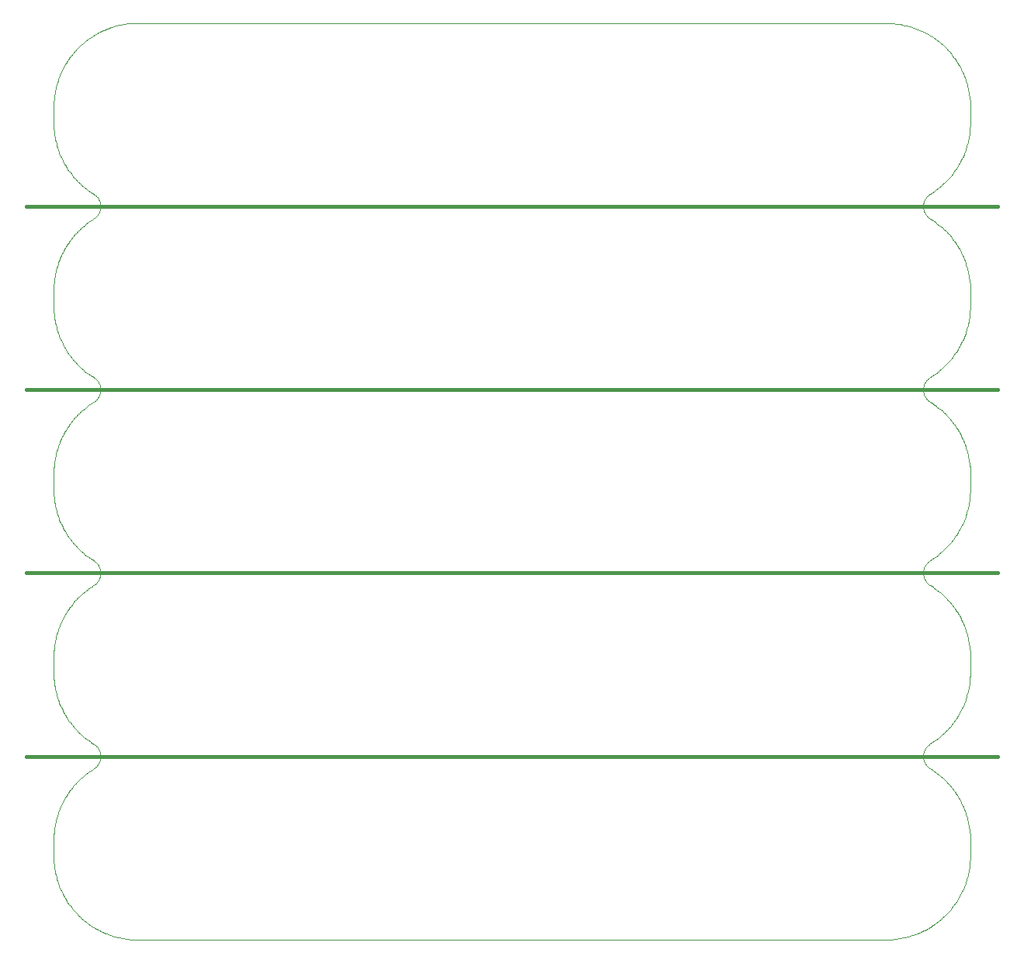
<source format=gm1>
G04 #@! TF.GenerationSoftware,KiCad,Pcbnew,(6.0.5)*
G04 #@! TF.CreationDate,2023-07-06T00:36:20+08:00*
G04 #@! TF.ProjectId,panel,70616e65-6c2e-46b6-9963-61645f706362,rev?*
G04 #@! TF.SameCoordinates,Original*
G04 #@! TF.FileFunction,Profile,NP*
%FSLAX46Y46*%
G04 Gerber Fmt 4.6, Leading zero omitted, Abs format (unit mm)*
G04 Created by KiCad (PCBNEW (6.0.5)) date 2023-07-06 00:36:20*
%MOMM*%
%LPD*%
G01*
G04 APERTURE LIST*
G04 #@! TA.AperFunction,Profile*
%ADD10C,0.100000*%
G04 #@! TD*
G04 #@! TA.AperFunction,Profile*
%ADD11C,0.400000*%
G04 #@! TD*
G04 APERTURE END LIST*
D10*
X98605843Y-47946166D02*
X98600650Y-47986227D01*
X198368116Y-47689429D02*
X198368077Y-47689176D01*
X99832170Y-84431596D02*
X99832036Y-84431814D01*
X197795687Y-74290523D02*
X197795786Y-74290287D01*
X197015445Y-84178818D02*
X196774738Y-83825424D01*
X99582506Y-24875293D02*
X99582390Y-24875520D01*
X103060958Y-81218481D02*
X102999233Y-81267454D01*
X195050280Y-57974914D02*
X195377245Y-57699379D01*
X197607894Y-34719715D02*
X197608005Y-34719484D01*
X194400063Y-81530744D02*
X194399849Y-81530605D01*
X103830216Y-119157522D02*
X104221873Y-119327571D01*
X99601409Y-64839590D02*
X99582506Y-64875291D01*
X190356988Y-119934842D02*
X190780526Y-119876185D01*
X101622691Y-42278729D02*
X101622497Y-42278896D01*
X99391931Y-25258626D02*
X99374878Y-25295246D01*
X198170875Y-106773516D02*
X198160276Y-106734535D01*
X100842674Y-36946170D02*
X101134543Y-37257819D01*
X99503629Y-34986503D02*
X99503742Y-34986731D01*
X101134719Y-77258001D02*
X101163032Y-77286726D01*
X103528158Y-79432164D02*
X103554353Y-79506474D01*
X194290895Y-118523654D02*
X194291109Y-118523513D01*
X197702691Y-25449926D02*
X197702590Y-25449691D01*
X197608005Y-34719484D02*
X197625057Y-34682864D01*
X194644711Y-58282664D02*
X194677505Y-58259077D01*
X98529968Y-51402245D02*
X98529971Y-51402467D01*
X198468555Y-48582975D02*
X198468539Y-48582759D01*
X195749281Y-57351837D02*
X195749461Y-57351656D01*
X196164322Y-23062271D02*
X196164149Y-23062082D01*
X198469966Y-91057505D02*
X198469969Y-91057244D01*
X99392042Y-85258392D02*
X99391931Y-85258623D01*
X193608505Y-59122221D02*
X193653165Y-59057347D01*
X197483776Y-104990274D02*
X197483657Y-104990048D01*
X196074244Y-117014035D02*
X196355254Y-116691763D01*
X104375087Y-20603370D02*
X104374850Y-20603465D01*
X197502186Y-25026523D02*
X197502073Y-25026293D01*
X197483776Y-44990277D02*
X197483657Y-44990051D01*
X198361470Y-87649063D02*
X198281239Y-87229074D01*
X196467001Y-23419843D02*
X196466839Y-23419645D01*
X195050280Y-97974912D02*
X195377245Y-97699377D01*
X103618345Y-40206901D02*
X103606049Y-40284728D01*
X102572351Y-58451054D02*
X102605902Y-58473439D01*
X102743215Y-61432435D02*
X102742998Y-61432571D01*
X195535902Y-42423166D02*
X195506144Y-42395847D01*
X197607894Y-94719712D02*
X197608005Y-94719481D01*
X99038558Y-46126054D02*
X99025334Y-46164224D01*
X98678996Y-107483175D02*
X98678947Y-107483426D01*
X198170875Y-26773520D02*
X198160276Y-26734539D01*
X103453336Y-100730349D02*
X103415311Y-100799359D01*
X198037429Y-26324449D02*
X198024851Y-26286060D01*
X197795786Y-94290286D02*
X197810944Y-94252842D01*
X99503629Y-94986500D02*
X99503742Y-94986728D01*
X193842623Y-101141592D02*
X193786997Y-101085834D01*
X195183678Y-42114667D02*
X195183483Y-42114501D01*
X98529968Y-88920870D02*
X98529968Y-91402243D01*
X101250655Y-22626272D02*
X101250475Y-22626454D01*
X195843756Y-22720641D02*
X195843575Y-22720461D01*
X99991031Y-95832207D02*
X100231922Y-96184746D01*
X191405375Y-20236307D02*
X190986798Y-20149007D01*
X196074244Y-37014039D02*
X196355254Y-36691767D01*
X197398405Y-95138739D02*
X197398527Y-95138515D01*
X198160276Y-86734536D02*
X198160206Y-86734290D01*
X193529088Y-99258199D02*
X193567112Y-99189225D01*
X195843756Y-42720640D02*
X195843575Y-42720460D01*
X100618594Y-103317849D02*
X100354428Y-103654065D01*
X197961378Y-113852051D02*
X197974602Y-113813881D01*
X198469666Y-68600224D02*
X198469647Y-68599792D01*
X197483776Y-64990276D02*
X197483657Y-64990050D01*
X100815525Y-36915656D02*
X100815693Y-36915849D01*
X102322431Y-61719031D02*
X102322225Y-61719183D01*
X99811333Y-84466501D02*
X99811205Y-84466722D01*
X101250475Y-102626450D02*
X100953356Y-102933933D01*
X198328224Y-52454936D02*
X198328266Y-52454684D01*
X103297220Y-39021593D02*
X103344039Y-39084968D01*
X198399286Y-71991880D02*
X198399316Y-71991626D01*
X102935158Y-41313310D02*
X102868785Y-41356001D01*
X196669950Y-116291234D02*
X196916581Y-115941951D01*
X197167766Y-55546510D02*
X197167900Y-55546292D01*
X104697925Y-119505981D02*
X104698167Y-119506061D01*
X198368116Y-67689428D02*
X198368077Y-67689175D01*
X101949656Y-22003195D02*
X101622691Y-22278730D01*
X193653165Y-79057346D02*
X193700983Y-78994763D01*
X102708828Y-101454590D02*
X102355435Y-101695295D01*
X194399849Y-101530604D02*
X194090695Y-101335201D01*
X193479884Y-118991722D02*
X193856009Y-118788362D01*
X196916726Y-55941744D02*
X196939175Y-55908160D01*
X198469647Y-108599790D02*
X198468555Y-108582972D01*
X104854440Y-20432615D02*
X104816052Y-20445193D01*
X198470030Y-28617075D02*
X198469666Y-28600226D01*
X196191302Y-103092675D02*
X196191135Y-103092482D01*
X99123645Y-54132128D02*
X99138216Y-54169737D01*
X103230547Y-61054096D02*
X103176758Y-61111672D01*
X194090695Y-101335201D02*
X194025078Y-101291416D01*
X100255818Y-76217870D02*
X100514390Y-76557653D01*
X101250475Y-62626452D02*
X100953356Y-62933935D01*
X194677505Y-98259075D02*
X194677711Y-98258923D01*
X193637607Y-100903023D02*
X193594047Y-100837405D01*
X196381181Y-96660454D02*
X196381342Y-96660255D01*
X98832662Y-53243225D02*
X98843323Y-53282123D01*
X195843575Y-42720460D02*
X195536088Y-42423341D01*
X197037466Y-64212991D02*
X197015587Y-64179033D01*
X197417429Y-115102813D02*
X197417546Y-115102586D01*
X195749461Y-77351655D02*
X196046580Y-77044171D01*
X99522072Y-95022655D02*
X99522191Y-95022881D01*
X197188731Y-75511383D02*
X197398405Y-75138740D01*
X99582390Y-64875518D02*
X99392042Y-65258393D01*
X193376310Y-99703597D02*
X193392466Y-99626511D01*
X98966726Y-113691146D02*
X98966803Y-113691389D01*
X101500538Y-97610665D02*
X101500728Y-97610835D01*
X99123556Y-54131889D02*
X99123645Y-54132128D01*
X195872256Y-82749628D02*
X195872079Y-82749443D01*
X102572351Y-78451053D02*
X102605902Y-78473438D01*
X197167766Y-95546508D02*
X197167900Y-95546290D01*
X193211374Y-20861923D02*
X193174753Y-20844870D01*
X196492235Y-23451389D02*
X196467001Y-23419843D01*
X190058187Y-20026540D02*
X190057933Y-20026517D01*
X194400063Y-21530747D02*
X194399849Y-21530608D01*
X102222915Y-118204795D02*
X102223121Y-118204944D01*
X198426769Y-68112970D02*
X198368116Y-67689428D01*
X105303755Y-20299104D02*
X105303507Y-20299168D01*
X99811333Y-64466502D02*
X99811205Y-64466723D01*
X104698167Y-119506061D02*
X105105122Y-119635291D01*
X99503629Y-114986499D02*
X99503742Y-114986727D01*
X198443443Y-111566069D02*
X198446581Y-111525795D01*
X195152168Y-82088577D02*
X194815948Y-81824411D01*
X195506144Y-42395847D02*
X195505953Y-42395677D01*
X100060621Y-84070160D02*
X99832170Y-84431596D01*
X98766300Y-107064602D02*
X98678996Y-107483175D01*
X193363992Y-79781389D02*
X193376310Y-79703598D01*
X196466839Y-43419644D02*
X196191302Y-43092678D01*
X194433648Y-101553193D02*
X194400063Y-101530743D01*
X103518905Y-40587108D02*
X103487895Y-40659543D01*
X196191302Y-63092677D02*
X196191135Y-63092484D01*
X99123645Y-74132127D02*
X99138216Y-74169736D01*
X193608505Y-79122220D02*
X193653165Y-79057346D01*
X194783145Y-101799968D02*
X194433859Y-101553338D01*
X100330136Y-43686664D02*
X100329986Y-43686871D01*
X100514547Y-116557852D02*
X100539784Y-116589314D01*
X98766356Y-107064352D02*
X98766300Y-107064602D01*
X198431318Y-88153366D02*
X198426801Y-88113222D01*
X194644501Y-58282810D02*
X194644711Y-58282664D01*
X100083210Y-44036364D02*
X100060761Y-44069948D01*
X197037466Y-44212992D02*
X197015587Y-44179034D01*
X98569651Y-111865895D02*
X98574250Y-111905965D01*
X100354273Y-103654269D02*
X100330136Y-103686661D01*
X196381342Y-76660256D02*
X196645508Y-76324038D01*
X103569976Y-60438079D02*
X103546287Y-60513226D01*
X100618755Y-103317649D02*
X100618594Y-103317849D01*
X99319252Y-114601096D02*
X99319359Y-114601328D01*
X198233636Y-72913502D02*
X198320941Y-72494929D01*
X103546287Y-60513226D02*
X103518905Y-60587107D01*
X193805616Y-78877079D02*
X193862173Y-78822267D01*
X99038645Y-46125813D02*
X99038558Y-46126054D01*
X102572351Y-98451052D02*
X102605902Y-98473437D01*
X104259503Y-119342782D02*
X104259741Y-119342875D01*
X197280172Y-104613697D02*
X197260057Y-104578664D01*
X103427978Y-79218278D02*
X103464893Y-79287888D01*
X101500728Y-57610837D02*
X101822851Y-57891103D01*
X99601531Y-84839365D02*
X99601409Y-84839589D01*
X103498313Y-59359243D02*
X103528158Y-59432165D01*
X195505953Y-102395674D02*
X195183678Y-102114664D01*
X196774591Y-83825214D02*
X196751004Y-83792419D01*
X102222915Y-58204798D02*
X102223121Y-58204947D01*
X198224324Y-112953071D02*
X198233580Y-112913750D01*
X198037429Y-46324448D02*
X198024851Y-46286059D01*
X100354428Y-63654067D02*
X100354273Y-63654271D01*
X195018335Y-58000467D02*
X195018537Y-58000309D01*
X99302781Y-94564281D02*
X99319252Y-94601097D01*
X198037505Y-66324691D02*
X198037429Y-66324447D01*
X193412419Y-99550320D02*
X193436120Y-99475211D01*
X98640511Y-32369321D02*
X98721522Y-32788546D01*
X98600621Y-87986479D02*
X98556516Y-88411780D01*
X99991031Y-75832208D02*
X100231922Y-76184747D01*
X193405205Y-40406063D02*
X193386540Y-40329546D01*
X197167766Y-35546511D02*
X197167900Y-35546293D01*
X107409032Y-119998900D02*
X107409294Y-119998910D01*
X98730293Y-72828434D02*
X98832598Y-73242977D01*
X196669950Y-36291238D02*
X196916581Y-35941955D01*
X198368116Y-87689427D02*
X198368077Y-87689174D01*
X196074244Y-97014036D02*
X196355254Y-96691764D01*
X193371686Y-100252196D02*
X193360681Y-100174209D01*
X103002325Y-118722304D02*
X103374603Y-118931400D01*
X197795786Y-34290289D02*
X197810944Y-34252845D01*
X196164322Y-103062267D02*
X196164149Y-103062078D01*
X99503742Y-114986727D02*
X99522072Y-115022654D01*
X101470610Y-57583250D02*
X101470796Y-57583425D01*
X198468555Y-68582974D02*
X198468539Y-68582758D01*
X195183678Y-82114665D02*
X195183483Y-82114499D01*
X197702691Y-105449922D02*
X197702590Y-105449687D01*
X195377439Y-77699211D02*
X195407653Y-77672399D01*
X103194459Y-38902186D02*
X103247320Y-38960616D01*
X103528158Y-99432163D02*
X103554353Y-99506473D01*
X198468890Y-91098686D02*
X198469966Y-91057505D01*
X98531057Y-48879150D02*
X98531047Y-48879411D01*
X198469966Y-51057507D02*
X198469969Y-51057246D01*
X195749461Y-97351654D02*
X196046580Y-97044170D01*
X100231922Y-36184749D02*
X100232069Y-36184958D01*
X99204249Y-45687584D02*
X99204150Y-45687820D01*
X99726006Y-75398368D02*
X99746146Y-75433312D01*
X198024768Y-86285815D02*
X197881286Y-85883024D01*
X98671670Y-27523425D02*
X98605879Y-27945914D01*
X198281188Y-107228822D02*
X198272595Y-107189350D01*
X100514547Y-96557853D02*
X100539784Y-96589315D01*
X193494527Y-59328973D02*
X193529088Y-59258201D01*
X198446598Y-91525541D02*
X198468880Y-91098946D01*
X195536088Y-62423340D02*
X195535902Y-62423165D01*
X98966803Y-73691391D02*
X98979435Y-73729695D01*
X100644682Y-43286342D02*
X100644516Y-43286537D01*
X102606116Y-58473578D02*
X102890441Y-58652955D01*
X99746276Y-35433534D02*
X99968857Y-35797910D01*
X196492235Y-43451388D02*
X196467001Y-43419842D01*
X103464893Y-99287887D02*
X103498313Y-99359241D01*
X100514390Y-56557654D02*
X100514547Y-56557855D01*
X197502186Y-45026522D02*
X197502073Y-45026292D01*
X195377245Y-37699380D02*
X195377439Y-37699213D01*
X193355541Y-79859694D02*
X193363992Y-79781389D01*
X198399316Y-91991625D02*
X198443420Y-91566324D01*
X100539946Y-76589513D02*
X100815525Y-76915654D01*
X102935158Y-101313307D02*
X102868785Y-101355998D01*
X98895587Y-106572178D02*
X98884332Y-106610974D01*
X198399286Y-51991881D02*
X198399316Y-51991627D01*
X196046580Y-57044172D02*
X196046755Y-57043986D01*
X100330136Y-103686661D02*
X100329986Y-103686868D01*
X194047129Y-78675540D02*
X194113474Y-78632867D01*
X99123556Y-114131886D02*
X99123645Y-114132125D01*
X101500538Y-57610667D02*
X101500728Y-57610837D01*
X98966803Y-93691390D02*
X98979435Y-93729694D01*
X197961291Y-53852295D02*
X197961378Y-53852054D01*
X195872256Y-42749630D02*
X195872079Y-42749445D01*
X102190550Y-118180727D02*
X102222915Y-118204795D01*
X99832170Y-104431595D02*
X99832036Y-104431813D01*
X198468555Y-28582976D02*
X198468539Y-28582760D01*
X98766356Y-47064355D02*
X98766300Y-47064605D01*
X198037429Y-106324445D02*
X198024851Y-106286056D01*
X197167900Y-115546289D02*
X197188602Y-115511602D01*
X99138216Y-114169734D02*
X99138311Y-114169971D01*
X100644516Y-23286538D02*
X100618755Y-23317653D01*
X98775612Y-67025033D02*
X98766356Y-67064354D01*
X197167900Y-55546292D02*
X197188602Y-55511605D01*
X98553355Y-88452308D02*
X98553339Y-88452563D01*
X102743215Y-21432437D02*
X102742998Y-21432573D01*
X198281188Y-67228824D02*
X198272595Y-67189352D01*
X193900941Y-81194528D02*
X193842623Y-81141593D01*
X100232069Y-96184955D02*
X100255666Y-96217664D01*
X194677505Y-78259076D02*
X194677711Y-78258924D01*
X101822851Y-117891100D02*
X101823046Y-117891266D01*
X99746276Y-115433530D02*
X99968857Y-115797906D01*
X193653165Y-39057348D02*
X193700983Y-38994765D01*
X198443420Y-91566324D02*
X198443443Y-91566070D01*
X195843575Y-102720457D02*
X195536088Y-102423338D01*
X98569625Y-71865643D02*
X98569651Y-71865897D01*
X100539946Y-96589512D02*
X100815525Y-96915653D01*
X102956121Y-78696702D02*
X103019454Y-78743577D01*
X193983078Y-38721375D02*
X194047129Y-38675542D01*
X193529088Y-59258201D02*
X193567112Y-59189227D01*
X193921376Y-98770322D02*
X193983078Y-98721372D01*
X198328224Y-92454934D02*
X198328266Y-92454682D01*
X98553339Y-48452565D02*
X98531057Y-48879150D01*
X197686050Y-45412555D02*
X197502186Y-45026522D01*
X98730235Y-32828188D02*
X98730293Y-32828436D01*
X194399849Y-41530607D02*
X194090695Y-41335204D01*
X192344176Y-20508643D02*
X192343936Y-20508556D01*
X198431343Y-108153619D02*
X198431318Y-108153365D01*
X103487895Y-80659541D02*
X103453336Y-80730350D01*
X193900941Y-101194527D02*
X193842623Y-101141592D01*
X190820890Y-119869539D02*
X191240876Y-119789306D01*
X197795687Y-54290524D02*
X197795786Y-54290288D01*
X198320941Y-92494928D02*
X198320990Y-92494677D01*
X197188731Y-115511381D02*
X197398405Y-115138738D01*
X101250475Y-22626454D02*
X100953356Y-22933937D01*
X103569976Y-100438077D02*
X103546287Y-100513224D01*
X100354428Y-43654068D02*
X100354273Y-43654272D01*
X103518905Y-80587106D02*
X103487895Y-80659541D01*
X102742998Y-41432572D02*
X102709041Y-41454452D01*
X198446581Y-91525796D02*
X198446598Y-91525541D01*
X106517486Y-119929484D02*
X106517740Y-119929514D01*
X98574282Y-31906222D02*
X98633788Y-32329035D01*
X101622497Y-82278894D02*
X101592283Y-82305707D01*
X189549360Y-20000002D02*
X189549099Y-19999999D01*
X194290895Y-78523656D02*
X194291109Y-78523515D01*
X102999233Y-41267456D02*
X102935158Y-41313310D01*
X195152367Y-102088737D02*
X195152168Y-102088576D01*
X196381342Y-56660257D02*
X196645508Y-56324039D01*
X98633827Y-72329285D02*
X98640466Y-72369068D01*
X196751004Y-83792419D02*
X196750852Y-83792214D01*
X98766356Y-27064356D02*
X98766300Y-27064606D01*
X198469666Y-28600226D02*
X198469647Y-28599794D01*
X195407653Y-77672399D02*
X195407842Y-77672226D01*
X98843393Y-33282370D02*
X98966726Y-33691150D01*
X195872256Y-102749627D02*
X195872079Y-102749442D01*
X102572351Y-118451051D02*
X102605902Y-118473436D01*
X102355435Y-101695295D02*
X102355225Y-101695442D01*
X98843323Y-73282122D02*
X98843393Y-73282368D01*
X195872079Y-22749446D02*
X195843756Y-22720641D01*
X103520053Y-20986385D02*
X103143927Y-21189745D01*
X99725882Y-75398145D02*
X99726006Y-75398368D01*
X98530355Y-51419757D02*
X98530374Y-51420201D01*
X195050083Y-117975074D02*
X195050280Y-117974911D01*
X197015445Y-64178819D02*
X196774738Y-63825425D01*
X98640511Y-72369319D02*
X98721522Y-72788544D01*
X197974682Y-113813638D02*
X198104274Y-113406169D01*
X99991031Y-55832209D02*
X100231922Y-56184748D01*
X195377439Y-97699210D02*
X195407653Y-97672398D01*
X99601409Y-104839588D02*
X99582506Y-104875289D01*
X197417546Y-75102588D02*
X197607894Y-74719713D01*
X99123645Y-34132129D02*
X99138216Y-34169738D01*
X189870169Y-119977725D02*
X189886931Y-119976635D01*
X198469966Y-71057506D02*
X198469969Y-71057245D01*
X193436120Y-99475211D02*
X193463512Y-99401367D01*
X198233580Y-32913754D02*
X198233636Y-32913504D01*
X104374850Y-20603465D02*
X103979924Y-20767352D01*
X198394093Y-52031942D02*
X198399286Y-51991881D01*
X99832036Y-24431817D02*
X99811333Y-24466504D01*
X98553339Y-28452566D02*
X98531057Y-28879151D01*
X194815948Y-61824412D02*
X194815745Y-61824257D01*
X193594047Y-60837407D02*
X193553790Y-60769713D01*
X101592283Y-62305708D02*
X101592094Y-62305880D01*
X198115672Y-33366885D02*
X198224262Y-32953323D01*
X195749281Y-97351835D02*
X195749461Y-97351654D01*
X98775612Y-27025035D02*
X98766356Y-27064356D01*
X99188899Y-45725502D02*
X99038645Y-46125813D01*
X194291109Y-38523517D02*
X194644501Y-38282811D01*
X106683600Y-20038695D02*
X106683346Y-20038720D01*
X198024851Y-46286059D02*
X198024768Y-46285817D01*
X98556493Y-108412033D02*
X98553355Y-108452307D01*
X197881286Y-65883025D02*
X197881197Y-65882785D01*
X99302781Y-34564284D02*
X99319252Y-34601100D01*
X197974602Y-33813885D02*
X197974682Y-33813642D01*
X99503742Y-34986731D02*
X99522072Y-35022658D01*
X98530374Y-51420201D02*
X98531525Y-51437457D01*
X100842502Y-116945978D02*
X100842674Y-116946166D01*
X98775612Y-47025034D02*
X98766356Y-47064355D01*
X198037429Y-66324447D02*
X198024851Y-66286058D01*
X195407842Y-37672228D02*
X195720293Y-37380338D01*
X98530374Y-91420199D02*
X98531525Y-91437455D01*
X100925692Y-82964068D02*
X100644682Y-83286340D01*
X196355420Y-36691572D02*
X196381181Y-36660457D01*
X98605843Y-27946167D02*
X98600650Y-27986228D01*
X198037505Y-26324693D02*
X198037429Y-26324449D01*
X105144106Y-119646587D02*
X105144352Y-119646654D01*
X196381342Y-116660254D02*
X196645508Y-116324036D01*
X99188992Y-65725263D02*
X99188899Y-65725501D01*
X101823046Y-37891270D02*
X101854139Y-37916958D01*
X194815948Y-81824411D02*
X194815745Y-81824256D01*
X198115672Y-53366884D02*
X198224262Y-52953322D01*
X193483570Y-60628764D02*
X193453780Y-60555855D01*
X190356734Y-119934873D02*
X190356988Y-119934842D01*
X106179299Y-20108525D02*
X106179047Y-20108570D01*
X194433859Y-101553338D02*
X194433648Y-101553193D01*
X198443420Y-111566323D02*
X198443443Y-111566069D01*
X198394093Y-72031941D02*
X198399286Y-71991880D01*
X198446598Y-71525542D02*
X198468880Y-71098947D01*
X195749461Y-117351653D02*
X196046580Y-117044169D01*
X190017658Y-20023379D02*
X190017403Y-20023363D01*
X99025334Y-46164224D02*
X99025254Y-46164467D01*
X195152168Y-102088576D02*
X194815948Y-101824410D01*
X197483657Y-84990049D02*
X197280296Y-84613921D01*
X197961378Y-53852054D02*
X197974602Y-53813884D01*
X103247320Y-78960614D02*
X103297220Y-79021591D01*
X195152367Y-62088739D02*
X195152168Y-62088578D01*
X100060761Y-24069949D02*
X100060621Y-24070163D01*
X193405205Y-60406062D02*
X193386540Y-60329545D01*
X196750852Y-83792214D02*
X196492392Y-83451588D01*
X101822851Y-57891103D02*
X101823046Y-57891269D01*
X198115604Y-73367130D02*
X198115672Y-73366883D01*
X105557372Y-119754942D02*
X105557620Y-119755004D01*
X99204150Y-85687818D02*
X99188992Y-85725262D01*
X194815745Y-41824258D02*
X194783352Y-41800121D01*
X197280296Y-104613920D02*
X197280172Y-104613697D01*
X196774591Y-43825216D02*
X196751004Y-43792421D01*
X195843756Y-62720639D02*
X195843575Y-62720459D01*
X197167900Y-75546291D02*
X197188602Y-75511604D01*
X103297220Y-59021592D02*
X103344039Y-59084967D01*
X198272595Y-107189350D02*
X198272538Y-107189101D01*
X99582506Y-64875291D02*
X99582390Y-64875518D01*
X101949656Y-42003194D02*
X101622691Y-42278729D01*
X101279459Y-62597948D02*
X101250655Y-62626270D01*
X193594047Y-80837406D02*
X193553790Y-80769712D01*
X195183483Y-42114501D02*
X195152367Y-42088740D01*
X100815693Y-56915848D02*
X100842502Y-56945981D01*
X100255666Y-116217663D02*
X100255818Y-116217868D01*
X193453780Y-80555854D02*
X193427637Y-80481559D01*
X99204249Y-85687582D02*
X99204150Y-85687818D01*
X195720477Y-117380157D02*
X195749281Y-117351834D01*
X101134719Y-97258000D02*
X101163032Y-97286725D01*
X193350978Y-79938322D02*
X193355541Y-79859694D01*
X101134543Y-117257815D02*
X101134719Y-117257999D01*
X198394057Y-52032195D02*
X198394093Y-52031942D01*
X101622497Y-62278895D02*
X101592283Y-62305708D01*
X102190550Y-78180729D02*
X102222915Y-78204797D01*
X98574250Y-111905965D02*
X98574282Y-111906218D01*
X195183483Y-82114499D02*
X195152367Y-82088738D01*
X106055074Y-119858615D02*
X106055326Y-119858657D01*
X197607894Y-74719713D02*
X197608005Y-74719482D01*
X102956121Y-38696704D02*
X103019454Y-38743579D01*
X193961810Y-41244513D02*
X193900941Y-41194530D01*
X99746146Y-35433314D02*
X99746276Y-35433534D01*
X99725882Y-115398143D02*
X99726006Y-115398366D01*
X198426801Y-28113225D02*
X198426769Y-28112972D01*
X101134543Y-57257818D02*
X101134719Y-57258002D01*
X99038645Y-106125810D02*
X99038558Y-106126051D01*
X192183885Y-119532916D02*
X192184127Y-119532833D01*
X193751842Y-78934625D02*
X193805616Y-78877079D01*
X100330136Y-63686663D02*
X100329986Y-63686870D01*
X198104349Y-113405924D02*
X198115604Y-113367128D01*
X196191135Y-63092484D02*
X196164322Y-63062269D01*
X100354428Y-103654065D02*
X100354273Y-103654269D01*
X193594047Y-100837405D02*
X193553790Y-100769711D01*
X103060958Y-61218482D02*
X102999233Y-61267455D01*
X99025254Y-106164464D02*
X98895662Y-106571933D01*
X103498313Y-39359244D02*
X103528158Y-39432166D01*
X105597132Y-119764289D02*
X106015141Y-119851353D01*
X198320990Y-52494679D02*
X198328224Y-52454936D01*
X98895662Y-66571935D02*
X98895587Y-66572180D01*
X198328266Y-32454685D02*
X198394057Y-32032196D01*
X193553790Y-40769714D02*
X193516934Y-40700109D01*
X193700983Y-98994762D02*
X193751842Y-98934624D01*
X193567112Y-99189225D02*
X193608505Y-99122219D01*
X103019454Y-78743577D02*
X103080386Y-78793532D01*
X195018537Y-118000306D02*
X195050083Y-117975074D01*
X196355254Y-76691765D02*
X196355420Y-76691570D01*
X98730293Y-32828436D02*
X98832598Y-33242979D01*
X100539946Y-36589515D02*
X100815525Y-36915656D01*
X102572141Y-58450910D02*
X102572351Y-58451054D01*
X190523806Y-20075861D02*
X190483745Y-20070668D01*
X193594047Y-40837408D02*
X193553790Y-40769714D01*
X98529971Y-91402465D02*
X98530355Y-91419755D01*
X103546287Y-80513225D02*
X103518905Y-80587106D01*
X103415311Y-80799360D02*
X103373914Y-80866401D01*
X196164322Y-63062269D02*
X196164149Y-63062080D01*
X196492392Y-23451591D02*
X196492235Y-23451389D01*
X196916726Y-115941741D02*
X196939175Y-115908157D01*
X98730293Y-112828432D02*
X98832598Y-113242975D01*
X197037602Y-104213205D02*
X197037466Y-104212989D01*
X103373914Y-40866403D02*
X103329247Y-40931312D01*
X196916726Y-75941743D02*
X196939175Y-75908159D01*
X101981399Y-61977798D02*
X101949853Y-62003031D01*
X103631304Y-100049895D02*
X103626770Y-100128557D01*
X193751842Y-98934624D02*
X193805616Y-98877078D01*
X198328266Y-52454684D02*
X198394057Y-52032195D01*
X194815745Y-61824257D02*
X194783352Y-61800120D01*
X198272538Y-27189105D02*
X198170939Y-26773767D01*
X193483570Y-80628763D02*
X193453780Y-80555854D01*
X194433859Y-81553339D02*
X194433648Y-81553194D01*
X197280296Y-44613923D02*
X197280172Y-44613700D01*
X103344039Y-99084965D02*
X103387661Y-99150580D01*
X195720293Y-57380337D02*
X195720477Y-57380160D01*
X103387661Y-39150583D02*
X103427978Y-39218280D01*
X193684364Y-80966404D02*
X193637607Y-80903024D01*
X198470032Y-48617290D02*
X198470030Y-48617074D01*
X197881197Y-85882784D02*
X197866673Y-85845089D01*
X189590809Y-20001087D02*
X189590548Y-20001077D01*
X103606049Y-100284725D02*
X103589913Y-100361848D01*
X197702691Y-45449925D02*
X197702590Y-45449690D01*
X197625057Y-34682864D02*
X197625162Y-34682631D01*
X98979435Y-93729694D02*
X98979518Y-93729935D01*
X197795687Y-114290521D02*
X197795786Y-114290285D01*
X101134719Y-117257999D02*
X101163032Y-117286724D01*
X194291109Y-58523516D02*
X194644501Y-58282810D01*
X197795687Y-34290525D02*
X197795786Y-34290289D01*
X102708828Y-21454594D02*
X102355435Y-21695299D01*
X195183678Y-62114666D02*
X195183483Y-62114500D01*
X99726006Y-95398367D02*
X99746146Y-95433311D01*
X98531047Y-88879409D02*
X98529972Y-88920609D01*
X99374878Y-105295242D02*
X99374773Y-105295475D01*
X101822851Y-37891104D02*
X101823046Y-37891270D01*
X194025078Y-81291417D02*
X193961810Y-81244511D01*
X191735410Y-119668342D02*
X191735656Y-119668272D01*
X196164149Y-103062078D02*
X195872256Y-102749627D01*
X100618755Y-43317652D02*
X100618594Y-43317852D01*
X101949656Y-82003192D02*
X101622691Y-82278727D01*
X98979435Y-53729696D02*
X98979518Y-53729937D01*
X194025078Y-101291416D02*
X193961810Y-101244510D01*
X103618345Y-60206900D02*
X103606049Y-60284727D01*
X196939175Y-55908160D02*
X196939314Y-55907946D01*
X194815948Y-41824413D02*
X194815745Y-41824258D01*
X197961291Y-73852294D02*
X197961378Y-73852053D01*
X102572141Y-118450907D02*
X102572351Y-118451051D01*
X198233636Y-92913501D02*
X198320941Y-92494928D01*
X101279643Y-82597770D02*
X101279459Y-82597947D01*
X103628662Y-39892383D02*
X103631935Y-39971108D01*
X100953356Y-82933934D02*
X100953180Y-82934120D01*
X103556294Y-20967969D02*
X103520279Y-20986267D01*
X103628662Y-59892382D02*
X103631935Y-59971107D01*
X106983168Y-119976674D02*
X107409032Y-119998900D01*
X198468539Y-28582760D02*
X198431343Y-28153623D01*
X193637607Y-40903026D02*
X193594047Y-40837408D01*
X104659568Y-119492710D02*
X104659808Y-119492796D01*
X99392042Y-45258394D02*
X99391931Y-45258625D01*
X103108452Y-21210114D02*
X102743215Y-21432437D01*
X195018537Y-98000307D02*
X195050083Y-97975075D01*
X100953356Y-42933936D02*
X100953180Y-42934122D01*
X98529971Y-31402468D02*
X98530355Y-31419758D01*
X193700983Y-58994764D02*
X193751842Y-58934626D01*
X103606049Y-80284726D02*
X103589913Y-80361849D01*
X102572141Y-38450911D02*
X102572351Y-38451055D01*
X191405625Y-20236363D02*
X191405375Y-20236307D01*
X98966726Y-33691150D02*
X98966803Y-33691393D01*
X98832662Y-73243224D02*
X98843323Y-73282122D01*
X197260057Y-84578665D02*
X197259927Y-84578445D01*
X197280172Y-84613698D02*
X197260057Y-84578665D01*
X196074074Y-57014228D02*
X196074244Y-57014038D01*
X196774738Y-103825423D02*
X196774591Y-103825213D01*
X198320941Y-52494930D02*
X198320990Y-52494679D01*
X98556493Y-28412037D02*
X98553355Y-28452311D01*
X103194459Y-78902184D02*
X103247320Y-78960614D01*
X103176758Y-61111672D02*
X103120182Y-61166512D01*
X198328266Y-92454682D02*
X198394057Y-92032193D01*
X101470796Y-77583424D02*
X101500538Y-77610666D01*
X98553339Y-88452563D02*
X98531057Y-88879148D01*
X196774738Y-63825425D02*
X196774591Y-63825215D01*
X198368077Y-47689176D02*
X198361515Y-47649316D01*
X99188899Y-105725499D02*
X99038645Y-106125810D01*
X193900941Y-41194530D02*
X193842623Y-41141595D01*
X98529971Y-111402464D02*
X98530355Y-111419754D01*
X196751004Y-23792422D02*
X196750852Y-23792217D01*
X197702590Y-85449688D02*
X197686157Y-85412785D01*
X103554353Y-39506476D02*
X103576835Y-39581993D01*
X99503742Y-94986728D02*
X99522072Y-95022655D01*
X198470032Y-68617289D02*
X198470030Y-68617073D01*
X101279643Y-62597771D02*
X101279459Y-62597948D01*
X100083210Y-24036365D02*
X100060761Y-24069949D01*
X98529968Y-48920872D02*
X98529968Y-51402245D01*
X195018335Y-38000468D02*
X195018537Y-38000310D01*
X195377245Y-57699379D02*
X195377439Y-57699212D01*
X99832036Y-104431813D02*
X99811333Y-104466500D01*
X100060761Y-104069945D02*
X100060621Y-104070159D01*
X193805616Y-58877080D02*
X193862173Y-58822268D01*
X99302781Y-54564283D02*
X99319252Y-54601099D01*
X193453780Y-100555853D02*
X193427637Y-100481558D01*
X98529968Y-31402246D02*
X98529971Y-31402468D01*
X193734201Y-81027391D02*
X193684364Y-80966404D01*
X103427978Y-59218279D02*
X103464893Y-59287889D01*
X197259927Y-64578446D02*
X197037602Y-64213207D01*
X197795786Y-54290288D02*
X197810944Y-54252844D01*
X197866673Y-65845090D02*
X197866578Y-65844853D01*
X193412419Y-39550323D02*
X193436120Y-39475214D01*
X194399849Y-61530606D02*
X194090695Y-61335203D01*
X193842623Y-61141594D02*
X193786997Y-61085836D01*
X194677711Y-38258926D02*
X195018335Y-38000468D01*
X100083210Y-104036361D02*
X100060761Y-104069945D01*
X105105122Y-119635291D02*
X105105366Y-119635365D01*
X100539784Y-36589318D02*
X100539946Y-36589515D01*
X105759061Y-20188803D02*
X105758810Y-20188854D01*
X193353551Y-100095772D02*
X193350314Y-100017078D01*
X98721574Y-52788795D02*
X98730235Y-52828187D01*
X198233580Y-112913750D02*
X198233636Y-112913500D01*
X103453336Y-80730350D02*
X103415311Y-80799360D01*
X195749461Y-37351657D02*
X196046580Y-37044173D01*
X100255666Y-56217666D02*
X100255818Y-56217871D01*
X196164322Y-83062268D02*
X196164149Y-83062079D01*
X101250655Y-42626271D02*
X101250475Y-42626453D01*
X193786997Y-61085836D02*
X193734201Y-61027392D01*
X98671713Y-107523169D02*
X98671670Y-107523421D01*
X197608005Y-74719482D02*
X197625057Y-74682862D01*
X198426801Y-48113224D02*
X198426769Y-48112971D01*
X102223121Y-78204946D02*
X102572141Y-78450909D01*
X193376310Y-79703598D02*
X193392466Y-79626512D01*
X102355435Y-81695296D02*
X102355225Y-81695443D01*
X99601409Y-44839591D02*
X99582506Y-44875292D01*
X103373914Y-80866401D02*
X103329247Y-80931310D01*
X198233580Y-92913751D02*
X198233636Y-92913501D01*
X196191302Y-83092676D02*
X196191135Y-83092483D01*
X98569625Y-31865645D02*
X98569651Y-31865899D01*
X198320941Y-72494929D02*
X198320990Y-72494678D01*
X191858760Y-20354267D02*
X191445195Y-20245681D01*
X198394093Y-112031939D02*
X198399286Y-111991878D01*
X98721522Y-52788545D02*
X98721574Y-52788795D01*
X99582506Y-104875289D02*
X99582390Y-104875516D01*
X101949656Y-62003193D02*
X101622691Y-62278728D01*
X196074244Y-77014037D02*
X196355254Y-76691765D01*
X195152168Y-62088578D02*
X194815948Y-61824412D01*
X103618345Y-80206899D02*
X103606049Y-80284726D01*
X198443443Y-51566072D02*
X198446581Y-51525798D01*
X193608505Y-39122222D02*
X193653165Y-39057348D01*
X194433648Y-41553196D02*
X194400063Y-41530746D01*
X101592283Y-102305706D02*
X101592094Y-102305878D01*
X104815810Y-20445275D02*
X104413021Y-20588757D01*
X195749461Y-57351656D02*
X196046580Y-57044172D01*
X194644501Y-98282808D02*
X194644711Y-98282662D01*
X198470030Y-68617073D02*
X198469666Y-68600224D01*
X198233636Y-32913504D02*
X198320941Y-32494931D01*
X98529971Y-51402467D02*
X98530355Y-51419757D01*
X99746276Y-75433532D02*
X99968857Y-75797908D01*
X101622497Y-102278893D02*
X101592283Y-102305706D01*
X193684364Y-40966406D02*
X193637607Y-40903026D01*
X100618594Y-83317850D02*
X100354428Y-83654066D01*
X98530355Y-31419758D02*
X98530374Y-31420202D01*
X194256938Y-38545538D02*
X194290895Y-38523658D01*
X98531542Y-31437679D02*
X98569625Y-31865645D01*
X98832598Y-113242975D02*
X98832662Y-113243222D01*
X193360681Y-40174212D02*
X193353551Y-40095775D01*
X194644711Y-38282665D02*
X194677505Y-38259078D01*
X99601409Y-84839589D02*
X99582506Y-84875290D01*
X100618755Y-63317651D02*
X100618594Y-63317851D01*
X102190347Y-118180572D02*
X102190550Y-118180727D01*
X105719090Y-20197504D02*
X105303755Y-20299104D01*
X193057383Y-119194115D02*
X193443414Y-119010251D01*
X103410713Y-118950485D02*
X103793179Y-119140305D01*
X198024851Y-26286060D02*
X198024768Y-26285818D01*
X195377245Y-117699376D02*
X195377439Y-117699209D01*
X98640511Y-92369318D02*
X98721522Y-92788543D01*
X99025334Y-26164225D02*
X99025254Y-26164468D01*
X98569625Y-91865642D02*
X98569651Y-91865896D01*
X197810944Y-74252843D02*
X197811037Y-74252605D01*
X103230547Y-41054097D02*
X103176758Y-41111673D01*
X191696182Y-119679005D02*
X191696430Y-119678941D01*
X98832662Y-93243223D02*
X98843323Y-93282121D01*
X194025078Y-61291418D02*
X193961810Y-61244512D01*
X193453780Y-60555855D02*
X193427637Y-60481560D01*
X195843575Y-82720458D02*
X195536088Y-82423339D01*
X98775674Y-87024784D02*
X98775612Y-87025032D01*
X191280847Y-119780605D02*
X191696182Y-119679005D01*
X193961810Y-101244510D02*
X193900941Y-101194527D01*
X192145253Y-119545570D02*
X192145497Y-119545494D01*
X99188992Y-85725262D02*
X99188899Y-85725500D01*
X99374773Y-65295477D02*
X99204249Y-65687583D01*
X102956121Y-58696703D02*
X103019454Y-58743578D01*
X197417546Y-115102586D02*
X197607894Y-114719711D01*
X195872079Y-102749442D02*
X195843756Y-102720637D01*
X196750852Y-43792216D02*
X196492392Y-43451590D01*
X100925692Y-22964071D02*
X100644682Y-23286343D01*
X103453336Y-60730351D02*
X103415311Y-60799361D01*
X198443420Y-31566327D02*
X198443443Y-31566073D01*
X194291109Y-78523515D02*
X194644501Y-78282809D01*
X99503629Y-54986502D02*
X99503742Y-54986730D01*
X98633788Y-92329032D02*
X98633827Y-92329284D01*
X192744491Y-20658894D02*
X192344176Y-20508643D01*
X194815745Y-81824256D02*
X194783352Y-81800119D01*
X197398527Y-35138518D02*
X197417429Y-35102817D01*
X101622691Y-102278726D02*
X101622497Y-102278893D01*
X104259741Y-119342875D02*
X104659568Y-119492710D01*
X191241127Y-119789255D02*
X191280598Y-119780663D01*
X193386540Y-100329543D02*
X193371686Y-100252196D01*
X100953180Y-42934122D02*
X100925862Y-42963880D01*
X99138216Y-54169737D02*
X99138311Y-54169974D01*
X98529968Y-71402244D02*
X98529971Y-71402466D01*
X196191135Y-83092483D02*
X196164322Y-83062268D01*
X98600621Y-27986482D02*
X98556516Y-28411783D01*
X99991031Y-115832206D02*
X100231922Y-116184745D01*
X106055326Y-119858657D02*
X106477235Y-119924270D01*
X101823046Y-77891268D02*
X101854139Y-77916956D01*
X197810944Y-34252845D02*
X197811037Y-34252607D01*
X194090695Y-41335204D02*
X194025078Y-41291419D01*
X193355541Y-39859696D02*
X193363992Y-39781391D01*
X98966726Y-93691147D02*
X98966803Y-93691390D01*
X198320990Y-32494680D02*
X198328224Y-32454937D01*
X103281419Y-100993925D02*
X103230547Y-101054094D01*
X101250655Y-62626270D02*
X101250475Y-62626452D01*
X198328224Y-112454933D02*
X198328266Y-112454681D01*
X102742998Y-81432570D02*
X102709041Y-81454450D01*
X196381181Y-36660457D02*
X196381342Y-36660258D01*
X194113474Y-78632867D02*
X194256721Y-78545672D01*
X99503629Y-74986501D02*
X99503742Y-74986729D01*
X98884332Y-66610976D02*
X98884264Y-66611223D01*
X105144352Y-119646654D02*
X105557372Y-119754942D01*
X98633788Y-112329031D02*
X98633827Y-112329283D01*
X196467001Y-83419840D02*
X196466839Y-83419642D01*
X197037602Y-44213208D02*
X197037466Y-44212992D01*
X193020013Y-119210755D02*
X193020248Y-119210654D01*
X197625057Y-74682862D02*
X197625162Y-74682629D01*
X197974602Y-73813883D02*
X197974682Y-73813640D01*
X99968857Y-115797906D02*
X99968993Y-115798122D01*
X197037602Y-24213209D02*
X197037466Y-24212993D01*
X100644682Y-103286339D02*
X100644516Y-103286534D01*
X198469647Y-48599793D02*
X198468555Y-48582975D01*
X196939314Y-75907945D02*
X197167766Y-75546509D01*
X103387661Y-79150581D02*
X103427978Y-79218278D01*
X196939314Y-95907944D02*
X197167766Y-95546508D01*
X100232069Y-36184958D02*
X100255666Y-36217667D01*
X194677711Y-118258922D02*
X195018335Y-118000464D01*
X103498313Y-99359241D02*
X103528158Y-99432163D01*
X101592283Y-82305707D02*
X101592094Y-82305879D01*
X101854139Y-37916958D02*
X101854338Y-37917118D01*
X106642949Y-20043268D02*
X106219411Y-20101924D01*
X100232069Y-56184957D02*
X100255666Y-56217666D01*
X100231922Y-76184747D02*
X100232069Y-76184956D01*
X196381342Y-96660255D02*
X196645508Y-96324037D01*
X99968993Y-75798124D02*
X99990890Y-75831995D01*
X102190347Y-78180574D02*
X102190550Y-78180729D01*
X98556516Y-68411781D02*
X98556493Y-68412035D01*
X197037466Y-104212989D02*
X197015587Y-104179031D01*
X98529968Y-91402243D02*
X98529971Y-91402465D01*
X198104349Y-33405928D02*
X198115604Y-33367132D01*
X195749281Y-37351838D02*
X195749461Y-37351657D01*
X103554353Y-79506474D02*
X103576835Y-79581991D01*
X98843393Y-53282369D02*
X98966726Y-53691149D01*
X102890441Y-98652953D02*
X102956121Y-98696701D01*
X198224324Y-92953072D02*
X198233580Y-92913751D01*
X100618594Y-43317852D02*
X100354428Y-43654068D01*
X193350314Y-40017081D02*
X193350978Y-39938324D01*
X98569651Y-91865896D02*
X98574250Y-91905966D01*
X193436120Y-59475213D02*
X193463512Y-59401369D01*
X197607894Y-114719711D02*
X197608005Y-114719480D01*
X98721574Y-32788796D02*
X98730235Y-32828188D01*
X198368077Y-87689174D02*
X198361515Y-87649314D01*
X101622497Y-22278897D02*
X101592283Y-22305710D01*
X194400063Y-41530746D02*
X194399849Y-41530607D01*
X98605879Y-27945914D02*
X98605843Y-27946167D01*
X100060621Y-64070161D02*
X99832170Y-64431597D01*
X198170939Y-46773766D02*
X198170875Y-46773519D01*
X198272595Y-87189351D02*
X198272538Y-87189102D01*
X101592094Y-22305882D02*
X101279643Y-22597773D01*
X196355254Y-36691767D02*
X196355420Y-36691572D01*
X103554353Y-99506473D02*
X103576835Y-99581990D01*
X194038192Y-21302024D02*
X194003504Y-21281321D01*
X195843575Y-22720461D02*
X195536088Y-22423342D01*
X98678996Y-87483176D02*
X98678947Y-87483427D01*
X101854338Y-57917117D02*
X102190347Y-58180575D01*
X196074074Y-97014226D02*
X196074244Y-97014036D01*
X196467001Y-43419842D02*
X196466839Y-43419644D01*
X197417546Y-35102590D02*
X197607894Y-34719715D01*
X198368116Y-107689426D02*
X198368077Y-107689173D01*
X107147262Y-20000003D02*
X107147046Y-20000005D01*
X99319252Y-54601099D02*
X99319359Y-54601331D01*
X197280172Y-64613699D02*
X197260057Y-64578666D01*
X98766300Y-87064603D02*
X98678996Y-87483176D01*
X194677711Y-78258924D02*
X195018335Y-78000466D01*
X100060761Y-84069946D02*
X100060621Y-84070160D01*
X190316591Y-119939390D02*
X190356734Y-119934873D01*
X193371686Y-80252197D02*
X193360681Y-80174210D01*
X103138769Y-58846446D02*
X103194459Y-58902185D01*
X98843323Y-53282123D02*
X98843393Y-53282369D01*
X198468880Y-51098948D02*
X198468890Y-51098688D01*
X197417429Y-95102814D02*
X197417546Y-95102587D01*
X103610446Y-79735901D02*
X103621494Y-79813915D01*
X98531057Y-68879149D02*
X98531047Y-68879410D01*
X99025334Y-106164221D02*
X99025254Y-106164464D01*
X100329986Y-83686869D02*
X100083355Y-84036152D01*
X103487895Y-60659542D02*
X103453336Y-60730351D01*
X99319252Y-94601097D02*
X99319359Y-94601329D01*
X98605879Y-67945912D02*
X98605843Y-67946165D01*
X193862173Y-58822268D02*
X193921376Y-58770324D01*
X197961291Y-93852293D02*
X197961378Y-93852052D01*
X99522191Y-95022881D02*
X99725882Y-95398144D01*
X197608005Y-94719481D02*
X197625057Y-94682861D01*
X102967236Y-118701401D02*
X102967454Y-118701534D01*
X196355254Y-116691763D02*
X196355420Y-116691568D01*
X98569625Y-111865641D02*
X98569651Y-111865895D01*
X98895662Y-46571936D02*
X98895587Y-46572181D01*
X198443420Y-71566325D02*
X198443443Y-71566071D01*
X193734201Y-101027390D02*
X193684364Y-100966403D01*
X99138311Y-94169972D02*
X99302679Y-94564047D01*
X103621494Y-99813914D02*
X103628662Y-99892380D01*
X198443443Y-71566071D02*
X198446581Y-71525797D01*
X196492392Y-63451589D02*
X196492235Y-63451387D01*
X101854338Y-97917115D02*
X102190347Y-98180573D01*
X193961810Y-81244511D02*
X193900941Y-81194528D01*
X197702590Y-105449687D02*
X197686157Y-105412784D01*
X102322225Y-81719182D02*
X101981601Y-81977640D01*
X98640511Y-112369317D02*
X98721522Y-112788542D01*
X106015392Y-119851402D02*
X106055074Y-119858615D01*
X102223121Y-98204945D02*
X102572141Y-98450908D01*
X99319359Y-34601332D02*
X99503629Y-34986503D01*
X100953180Y-22934123D02*
X100925862Y-22963881D01*
X100330136Y-83686662D02*
X100329986Y-83686869D01*
X195720293Y-37380338D02*
X195720477Y-37380161D01*
X99392042Y-105258391D02*
X99391931Y-105258622D01*
X103626770Y-40128560D02*
X103618345Y-40206901D01*
X193363992Y-59781390D02*
X193376310Y-59703599D01*
X194003504Y-21281321D02*
X194003283Y-21281193D01*
X98775612Y-87025032D02*
X98766356Y-87064353D01*
X99123556Y-94131887D02*
X99123645Y-94132126D01*
X193494527Y-39328974D02*
X193529088Y-39258202D01*
X98556516Y-108411779D02*
X98556493Y-108412033D01*
X104659808Y-119492796D02*
X104697925Y-119505981D01*
X100815693Y-96915846D02*
X100842502Y-96945979D01*
X98553355Y-48452310D02*
X98553339Y-48452565D01*
X100539784Y-76589316D02*
X100539946Y-76589513D01*
X198468539Y-108582756D02*
X198431343Y-108153619D01*
X193463512Y-99401367D02*
X193494527Y-99328971D01*
X194025078Y-41291419D02*
X193961810Y-41244513D01*
X194256938Y-78545536D02*
X194290895Y-78523656D01*
X99025254Y-46164467D02*
X98895662Y-46571936D01*
X101949656Y-102003191D02*
X101622691Y-102278726D01*
X197483657Y-44990051D02*
X197280296Y-44613923D01*
X103373914Y-60866402D02*
X103329247Y-60931311D01*
X196916581Y-35941955D02*
X196916726Y-35941745D01*
X197188602Y-75511604D02*
X197188731Y-75511383D01*
X193805616Y-98877078D02*
X193862173Y-98822266D01*
X196669800Y-36291445D02*
X196669950Y-36291238D01*
X198361515Y-47649316D02*
X198361470Y-47649065D01*
X194783145Y-81799969D02*
X194433859Y-81553339D01*
X198426801Y-88113222D02*
X198426769Y-88112969D01*
X101134543Y-77257817D02*
X101134719Y-77258001D01*
X98678996Y-27483179D02*
X98678947Y-27483430D01*
X98640466Y-72369068D02*
X98640511Y-72369319D01*
X102743215Y-41432436D02*
X102742998Y-41432572D01*
X101250475Y-82626451D02*
X100953356Y-82933934D01*
X99968993Y-115798122D02*
X99990890Y-115831993D01*
X99188899Y-85725500D02*
X99038645Y-86125811D01*
X103247320Y-98960613D02*
X103297220Y-99021590D01*
X99990890Y-35831997D02*
X99991031Y-35832210D01*
X105758810Y-20188854D02*
X105719339Y-20197446D01*
X193529088Y-79258200D02*
X193567112Y-79189226D01*
X98671670Y-87523422D02*
X98605879Y-87945911D01*
X196074074Y-77014227D02*
X196074244Y-77014037D01*
X102868785Y-81355999D02*
X102743215Y-81432434D01*
X102605902Y-78473438D02*
X102606116Y-78473577D01*
X100842502Y-76945980D02*
X100842674Y-76946168D01*
X193412419Y-59550322D02*
X193436120Y-59475213D01*
X195050280Y-37974915D02*
X195377245Y-37699380D01*
X194113474Y-38632869D02*
X194256721Y-38545674D01*
X191445195Y-20245681D02*
X191444946Y-20245619D01*
X194433859Y-41553341D02*
X194433648Y-41553196D01*
X195152367Y-22088741D02*
X195152168Y-22088580D01*
X195377439Y-117699209D02*
X195407653Y-117672397D01*
X193856009Y-118788362D02*
X193856233Y-118788238D01*
X100925692Y-102964067D02*
X100644682Y-103286339D01*
X194815948Y-101824410D02*
X194815745Y-101824255D01*
X196492392Y-83451588D02*
X196492235Y-83451386D01*
X196645663Y-96323834D02*
X196669800Y-96291442D01*
X98531047Y-108879408D02*
X98529972Y-108920608D01*
X196046580Y-77044171D02*
X196046755Y-77043985D01*
X98574250Y-31905969D02*
X98574282Y-31906222D01*
X101854338Y-117917114D02*
X102190347Y-118180572D01*
X101470610Y-77583249D02*
X101470796Y-77583424D01*
X102708828Y-41454593D02*
X102355435Y-41695298D01*
X194433648Y-61553195D02*
X194400063Y-61530745D01*
X99503742Y-74986729D02*
X99522072Y-75022656D01*
X101981399Y-101977796D02*
X101949853Y-102003029D01*
X195407653Y-37672401D02*
X195407842Y-37672228D01*
X99968857Y-75797908D02*
X99968993Y-75798124D01*
X197811037Y-34252607D02*
X197961291Y-33852296D01*
X107409294Y-119998910D02*
X107450671Y-119999984D01*
X198361470Y-47649065D02*
X198281239Y-47229076D01*
X98574250Y-51905968D02*
X98574282Y-51906221D01*
X100231922Y-96184746D02*
X100232069Y-96184955D01*
X198224262Y-92953320D02*
X198224324Y-92953072D01*
X195720293Y-97380335D02*
X195720477Y-97380158D01*
X198233580Y-52913753D02*
X198233636Y-52913503D01*
X196645508Y-36324040D02*
X196645663Y-36323837D01*
X198399316Y-111991624D02*
X198443420Y-111566323D01*
X99025254Y-86164465D02*
X98895662Y-86571934D01*
X99038558Y-106126051D02*
X99025334Y-106164221D01*
X198470032Y-108617287D02*
X198470030Y-108617071D01*
X105105366Y-119635365D02*
X105144106Y-119646587D01*
X98531525Y-51437457D02*
X98531542Y-51437678D01*
X103631304Y-40049898D02*
X103626770Y-40128560D01*
X193350978Y-59938323D02*
X193355541Y-59859695D01*
X198272595Y-27189354D02*
X198272538Y-27189105D01*
X198272538Y-107189101D02*
X198170939Y-106773763D01*
X101500538Y-117610664D02*
X101500728Y-117610834D01*
X103387661Y-59150582D02*
X103427978Y-59218279D01*
X100644516Y-83286535D02*
X100618755Y-83317650D01*
X195872079Y-62749444D02*
X195843756Y-62720639D01*
X197795786Y-74290287D02*
X197810944Y-74252843D01*
X99811205Y-104466721D02*
X99601531Y-104839364D01*
X196669950Y-56291237D02*
X196916581Y-55941954D01*
X198431318Y-108153365D02*
X198426801Y-108113221D01*
X196466839Y-83419642D02*
X196191302Y-83092676D01*
X98884264Y-66611223D02*
X98775674Y-67024785D01*
X98531047Y-28879412D02*
X98529972Y-28920612D01*
X99811205Y-64466723D02*
X99601531Y-64839366D01*
X196492235Y-103451385D02*
X196467001Y-103419839D01*
X101134719Y-37258003D02*
X101163032Y-37286728D01*
X99025334Y-66164223D02*
X99025254Y-66164466D01*
X100354273Y-43654272D02*
X100330136Y-43686664D01*
X198160276Y-66734537D02*
X198160206Y-66734291D01*
X198037505Y-106324689D02*
X198037429Y-106324445D01*
X103176758Y-41111673D02*
X103120182Y-41166513D01*
X102572141Y-78450909D02*
X102572351Y-78451053D01*
X98966726Y-53691149D02*
X98966803Y-53691392D01*
X196939175Y-35908161D02*
X196939314Y-35907947D01*
X98600621Y-67986480D02*
X98556516Y-68411781D01*
X100925862Y-22963881D02*
X100925692Y-22964071D01*
X102190347Y-98180573D02*
X102190550Y-98180728D01*
X103344039Y-59084967D02*
X103387661Y-59150582D01*
X98775612Y-107025031D02*
X98766356Y-107064352D01*
X101163032Y-57286727D02*
X101163214Y-57286907D01*
X103576835Y-39581993D02*
X103595548Y-39658532D01*
X99319252Y-34601100D02*
X99319359Y-34601332D01*
X106517740Y-119929514D02*
X106942448Y-119973505D01*
X101622497Y-42278896D02*
X101592283Y-42305709D01*
X103589913Y-100361848D02*
X103569976Y-100438077D01*
X195872256Y-22749631D02*
X195872079Y-22749446D01*
X191444946Y-20245619D02*
X191405625Y-20236363D01*
X100842502Y-56945981D02*
X100842674Y-56946169D01*
X198160206Y-66734291D02*
X198037505Y-66324691D01*
X99138216Y-94169735D02*
X99138311Y-94169972D01*
X99302679Y-34564050D02*
X99302781Y-34564284D01*
X193891484Y-118767993D02*
X194256721Y-118545670D01*
X99319359Y-114601328D02*
X99503629Y-114986499D01*
X98671670Y-67523423D02*
X98605879Y-67945912D01*
X99725882Y-95398144D02*
X99726006Y-95398367D01*
X193637607Y-60903025D02*
X193594047Y-60837407D01*
X98574250Y-91905966D02*
X98574282Y-91906219D01*
X99123556Y-34131890D02*
X99123645Y-34132129D01*
X192624850Y-119374738D02*
X192625087Y-119374643D01*
X102606116Y-78473577D02*
X102890441Y-78652954D01*
X194399849Y-21530608D02*
X194038410Y-21302158D01*
X195720293Y-117380334D02*
X195720477Y-117380157D01*
X105264281Y-20309837D02*
X104854684Y-20432538D01*
X98600621Y-107986478D02*
X98556516Y-108411779D01*
X99204249Y-65687583D02*
X99204150Y-65687819D01*
X103610446Y-59735902D02*
X103621494Y-59813916D01*
X102605902Y-98473437D02*
X102606116Y-98473576D01*
X197625057Y-54682863D02*
X197625162Y-54682630D01*
X98671713Y-47523172D02*
X98671670Y-47523424D01*
X198399286Y-91991879D02*
X198399316Y-91991625D01*
X99832036Y-84431814D02*
X99811333Y-84466501D01*
X101163214Y-97286905D02*
X101470610Y-97583248D01*
X197398527Y-55138517D02*
X197417429Y-55102816D01*
X99188899Y-25725503D02*
X99038645Y-26125814D01*
X98574250Y-71905967D02*
X98574282Y-71906220D01*
X194400063Y-101530743D02*
X194399849Y-101530604D01*
X198024851Y-86286057D02*
X198024768Y-86285815D01*
X98832662Y-33243226D02*
X98843323Y-33282124D01*
X106477235Y-119924270D02*
X106477488Y-119924306D01*
X102322431Y-21719033D02*
X102322225Y-21719185D01*
X100083355Y-64036153D02*
X100083210Y-64036363D01*
X98678947Y-27483430D02*
X98671713Y-27523173D01*
X195720477Y-37380161D02*
X195749281Y-37351838D01*
X194783145Y-41799971D02*
X194433859Y-41553341D01*
X98979518Y-53729937D02*
X99123556Y-54131889D01*
X98766300Y-67064604D02*
X98678996Y-67483177D01*
X103230547Y-101054094D02*
X103176758Y-101111670D01*
X102708828Y-81454591D02*
X102355435Y-81695296D01*
X103546287Y-100513224D02*
X103518905Y-100587105D01*
X103120182Y-41166513D02*
X103060958Y-41218483D01*
X194677711Y-98258923D02*
X195018335Y-98000465D01*
X99374773Y-105295475D02*
X99204249Y-105687581D01*
X193463512Y-79401368D02*
X193494527Y-79328972D01*
X100060761Y-64069947D02*
X100060621Y-64070161D01*
X193363992Y-39781391D02*
X193376310Y-39703600D01*
X191859007Y-20354335D02*
X191858760Y-20354267D01*
X98979518Y-73729936D02*
X99123556Y-74131888D01*
X197037602Y-64213207D02*
X197037466Y-64212991D01*
X198426769Y-28112972D02*
X198368116Y-27689430D01*
X197795786Y-114290285D02*
X197810944Y-114252841D01*
X197417429Y-55102816D02*
X197417546Y-55102589D01*
X98721522Y-112788542D02*
X98721574Y-112788792D01*
X197625162Y-54682630D02*
X197795687Y-54290524D01*
X198320990Y-92494677D02*
X198328224Y-92454934D01*
X193553790Y-60769713D02*
X193516934Y-60700108D01*
X98640511Y-52369320D02*
X98721522Y-52788545D01*
X197260057Y-64578666D02*
X197259927Y-64578446D01*
X103143927Y-21189745D02*
X103143704Y-21189869D01*
X197502073Y-85026290D02*
X197483776Y-84990275D01*
X197015445Y-104178817D02*
X196774738Y-103825423D01*
X198328266Y-72454683D02*
X198394057Y-72032194D01*
X99522072Y-115022654D02*
X99522191Y-115022880D01*
X98556516Y-28411783D02*
X98556493Y-28412037D01*
X102868785Y-101355998D02*
X102743215Y-101432433D01*
X103329247Y-80931310D02*
X103281419Y-80993926D01*
X198443443Y-91566070D02*
X198446581Y-91525796D01*
X101470610Y-117583247D02*
X101470796Y-117583422D01*
X102322431Y-101719029D02*
X102322225Y-101719181D01*
X101163214Y-77286906D02*
X101470610Y-77583249D01*
X102742998Y-61432571D02*
X102709041Y-61454451D01*
X106219158Y-20101962D02*
X106179299Y-20108525D01*
X190780779Y-119876147D02*
X190820638Y-119869584D01*
X189869738Y-119977744D02*
X189870169Y-119977725D01*
X196046755Y-77043985D02*
X196074074Y-77014227D01*
X198431318Y-48153368D02*
X198426801Y-48113224D01*
X197188602Y-55511605D02*
X197188731Y-55511384D01*
X102709041Y-21454453D02*
X102708828Y-21454594D01*
X107112739Y-20001496D02*
X106683600Y-20038695D01*
X197502073Y-25026293D02*
X197483776Y-24990278D01*
X99582506Y-84875290D02*
X99582390Y-84875517D01*
X101981601Y-81977640D02*
X101981399Y-81977797D01*
X100083355Y-44036154D02*
X100083210Y-44036364D01*
X195843756Y-102720637D02*
X195843575Y-102720457D01*
X102708828Y-61454592D02*
X102355435Y-61695297D01*
X103793179Y-119140305D02*
X103793409Y-119140415D01*
X100618594Y-63317851D02*
X100354428Y-63654067D01*
X197280296Y-84613921D02*
X197280172Y-84613698D01*
X104222109Y-119327669D02*
X104259503Y-119342782D01*
X103138769Y-78846445D02*
X103194459Y-78902184D01*
X192782174Y-20674145D02*
X192744729Y-20658987D01*
X99188899Y-65725501D02*
X99038645Y-66125812D01*
X98531525Y-91437455D02*
X98531542Y-91437676D01*
X196750852Y-103792213D02*
X196492392Y-103451587D01*
X196750852Y-23792217D02*
X196492392Y-23451591D01*
X193353551Y-40095775D02*
X193350314Y-40017081D01*
X98678996Y-67483177D02*
X98678947Y-67483428D01*
X101250655Y-102626268D02*
X101250475Y-102626450D01*
X198160276Y-26734539D02*
X198160206Y-26734293D01*
X99025334Y-86164222D02*
X99025254Y-86164465D01*
X101592094Y-62305880D02*
X101279643Y-62597771D01*
X98633788Y-72329033D02*
X98633827Y-72329285D01*
X194290895Y-98523655D02*
X194291109Y-98523514D01*
X101592283Y-42305709D02*
X101592094Y-42305881D01*
X98569651Y-51865898D02*
X98574250Y-51905968D01*
X99522191Y-35022884D02*
X99725882Y-35398147D01*
X103281419Y-40993928D02*
X103230547Y-41054097D01*
X198394057Y-72032194D02*
X198394093Y-72031941D01*
X197167766Y-75546509D02*
X197167900Y-75546291D01*
X101981601Y-101977639D02*
X101981399Y-101977796D01*
X193355541Y-99859693D02*
X193363992Y-99781388D01*
X99204249Y-25687585D02*
X99204150Y-25687821D01*
X101279643Y-102597769D02*
X101279459Y-102597946D01*
X195050280Y-117974911D02*
X195377245Y-117699376D01*
X196046580Y-37044173D02*
X196046755Y-37043987D01*
X103569976Y-80438078D02*
X103546287Y-80513225D01*
X98531542Y-51437678D02*
X98569625Y-51865644D01*
X98531057Y-108879147D02*
X98531047Y-108879408D01*
X99188992Y-45725264D02*
X99188899Y-45725502D01*
X198446581Y-31525799D02*
X198446598Y-31525544D01*
X101279643Y-42597772D02*
X101279459Y-42597949D01*
X98553355Y-28452311D02*
X98553339Y-28452566D01*
X100083355Y-84036152D02*
X100083210Y-84036362D01*
X198399316Y-51991627D02*
X198443420Y-51566326D01*
X198446581Y-111525795D02*
X198446598Y-111525540D01*
X98531525Y-71437456D02*
X98531542Y-71437677D01*
X195843756Y-82720638D02*
X195843575Y-82720458D01*
X98529968Y-111402242D02*
X98529971Y-111402464D01*
X101500728Y-97610835D02*
X101822851Y-97891101D01*
X195018335Y-78000466D02*
X195018537Y-78000308D01*
X195152168Y-42088579D02*
X194815948Y-41824413D01*
X99968857Y-55797909D02*
X99968993Y-55798125D01*
X98529972Y-88920609D02*
X98529968Y-88920870D01*
X98766356Y-67064354D02*
X98766300Y-67064604D01*
X103606049Y-40284728D02*
X103589913Y-40361851D01*
X101163032Y-97286725D02*
X101163214Y-97286905D01*
X195152367Y-82088738D02*
X195152168Y-82088577D01*
X101622691Y-62278728D02*
X101622497Y-62278895D01*
X101500728Y-77610836D02*
X101822851Y-77891102D01*
X100925692Y-62964069D02*
X100644682Y-63286341D01*
X194399849Y-81530605D02*
X194090695Y-81335202D01*
X103329247Y-60931311D02*
X103281419Y-60993927D01*
X100644516Y-63286536D02*
X100618755Y-63317651D01*
X198037429Y-86324446D02*
X198024851Y-86286057D01*
X198431343Y-88153620D02*
X198431318Y-88153366D01*
X194783145Y-21799972D02*
X194433859Y-21553342D01*
X198446598Y-51525543D02*
X198468880Y-51098948D01*
X100815525Y-56915655D02*
X100815693Y-56915848D01*
X193463512Y-39401370D02*
X193494527Y-39328974D01*
X195407842Y-117672224D02*
X195720293Y-117380334D01*
X194256721Y-38545674D02*
X194256938Y-38545538D01*
X198446581Y-71525797D02*
X198446598Y-71525542D01*
X103618345Y-100206898D02*
X103606049Y-100284725D01*
X193516934Y-40700109D02*
X193483570Y-40628765D01*
X196191135Y-23092486D02*
X196164322Y-23062271D01*
X198431343Y-28153623D02*
X198431318Y-28153369D01*
X102190347Y-38180576D02*
X102190550Y-38180731D01*
X98605879Y-47945913D02*
X98605843Y-47946166D01*
X197811037Y-54252606D02*
X197961291Y-53852295D01*
X196164149Y-63062080D02*
X195872256Y-62749629D01*
X195018537Y-38000310D02*
X195050083Y-37975078D01*
X99968993Y-35798126D02*
X99990890Y-35831997D01*
X100644682Y-83286340D02*
X100644516Y-83286535D01*
X193734201Y-61027392D02*
X193684364Y-60966405D01*
X100354273Y-63654271D02*
X100330136Y-63686663D01*
X99991031Y-35832210D02*
X100231922Y-36184749D01*
X193594483Y-21052379D02*
X193211604Y-20862034D01*
X101500538Y-37610668D02*
X101500728Y-37610838D01*
X102709041Y-101454449D02*
X102708828Y-101454590D01*
X98678947Y-107483426D02*
X98671713Y-107523169D01*
X194433648Y-81553194D02*
X194400063Y-81530744D01*
X100842674Y-56946169D02*
X101134543Y-57257818D01*
X98895587Y-66572180D02*
X98884332Y-66610976D01*
X197702691Y-65449924D02*
X197702590Y-65449689D01*
X198170875Y-66773518D02*
X198160276Y-66734537D01*
X99374878Y-45295245D02*
X99374773Y-45295478D01*
X197686050Y-105412552D02*
X197502186Y-105026519D01*
X101981601Y-21977643D02*
X101981399Y-21977800D01*
X193355541Y-59859695D02*
X193363992Y-59781390D01*
X194256938Y-58545537D02*
X194290895Y-58523657D01*
X99601531Y-44839367D02*
X99601409Y-44839591D01*
X104221873Y-119327571D02*
X104222109Y-119327669D01*
X102355435Y-21695299D02*
X102355225Y-21695446D01*
X103518905Y-100587105D02*
X103487895Y-100659540D01*
X197881286Y-85883024D02*
X197881197Y-85882784D01*
X98730293Y-92828433D02*
X98832598Y-93242976D01*
X193350314Y-80017079D02*
X193350978Y-79938322D01*
X198426801Y-108113221D02*
X198426769Y-108112968D01*
X98979435Y-33729697D02*
X98979518Y-33729938D01*
X198281239Y-67229075D02*
X198281188Y-67228824D01*
X98529972Y-108920608D02*
X98529968Y-108920869D01*
X197015587Y-64179033D02*
X197015445Y-64178819D01*
X103793409Y-119140415D02*
X103829983Y-119157417D01*
X100514547Y-76557854D02*
X100539784Y-76589316D01*
X98671713Y-67523171D02*
X98671670Y-67523423D01*
X98979518Y-93729935D02*
X99123556Y-94131887D01*
X198394057Y-32032196D02*
X198394093Y-32031943D01*
X100815525Y-116915652D02*
X100815693Y-116915845D01*
X102605902Y-58473439D02*
X102606116Y-58473578D01*
X196645508Y-56324039D02*
X196645663Y-56323836D01*
X198368077Y-27689177D02*
X198361515Y-27649317D01*
X198470030Y-108617071D02*
X198469666Y-108600222D01*
X102709041Y-81454450D02*
X102708828Y-81454591D01*
X198115672Y-113366881D02*
X198224262Y-112953319D01*
X106942703Y-119973528D02*
X106982913Y-119976657D01*
X196381181Y-76660455D02*
X196381342Y-76660256D01*
X103556523Y-20967856D02*
X103556294Y-20967969D01*
X100925692Y-42964070D02*
X100644682Y-43286342D01*
X198170939Y-106773763D02*
X198170875Y-106773516D01*
X197417546Y-95102587D02*
X197607894Y-94719712D01*
X198431318Y-68153367D02*
X198426801Y-68113223D01*
X198368077Y-67689175D02*
X198361515Y-67649315D01*
X103415311Y-60799361D02*
X103373914Y-60866402D01*
X105557620Y-119755004D02*
X105596883Y-119764234D01*
X102223121Y-58204947D02*
X102572141Y-58450910D01*
X98531542Y-71437677D02*
X98569625Y-71865643D01*
X98605843Y-107946163D02*
X98600650Y-107986224D01*
X193392466Y-99626511D02*
X193412419Y-99550320D01*
X193371686Y-40252199D02*
X193360681Y-40174212D01*
X196669800Y-96291442D02*
X196669950Y-96291235D01*
X100329986Y-43686871D02*
X100083355Y-44036154D01*
X98633827Y-52329286D02*
X98640466Y-52369069D01*
X100925862Y-42963880D02*
X100925692Y-42964070D01*
X103427978Y-99218277D02*
X103464893Y-99287887D01*
X195749281Y-117351834D02*
X195749461Y-117351653D01*
X198115672Y-93366882D02*
X198224262Y-92953320D01*
X198170939Y-86773764D02*
X198170875Y-86773517D01*
X98895662Y-106571933D02*
X98895587Y-106572178D01*
X99204249Y-105687581D02*
X99204150Y-105687817D01*
X102355225Y-81695443D02*
X102322431Y-81719030D01*
X102222915Y-38204799D02*
X102223121Y-38204948D01*
X193786997Y-101085834D02*
X193734201Y-101027390D01*
X195050280Y-77974913D02*
X195377245Y-77699378D01*
X100514547Y-56557855D02*
X100539784Y-56589317D01*
X198446598Y-31525544D02*
X198468880Y-31098949D01*
X103631935Y-59971107D02*
X103631304Y-60049897D01*
X103631304Y-60049897D02*
X103626770Y-60128559D01*
X191735656Y-119668272D02*
X192145253Y-119545570D01*
X196381181Y-116660453D02*
X196381342Y-116660254D01*
X197483657Y-104990048D02*
X197280296Y-104613920D01*
X197686157Y-105412784D02*
X197686050Y-105412552D01*
X103281419Y-60993927D02*
X103230547Y-61054096D01*
X99746146Y-55433313D02*
X99746276Y-55433533D01*
X196645663Y-76323835D02*
X196669800Y-76291443D01*
X103297220Y-79021591D02*
X103344039Y-79084966D01*
X100354428Y-83654066D02*
X100354273Y-83654270D01*
X103628662Y-79892381D02*
X103631935Y-79971106D01*
X197188602Y-115511602D02*
X197188731Y-115511381D01*
X196916726Y-35941745D02*
X196939175Y-35908161D01*
X198469647Y-28599794D02*
X198468555Y-28582976D01*
X103942554Y-20783993D02*
X103556523Y-20967856D01*
X99038645Y-26125814D02*
X99038558Y-26126055D01*
X101163214Y-37286908D02*
X101470610Y-37583251D01*
X98553339Y-68452564D02*
X98531057Y-68879149D01*
X193350314Y-60017080D02*
X193350978Y-59938323D01*
X197625162Y-114682627D02*
X197795687Y-114290521D01*
X197866578Y-85844852D02*
X197702691Y-85449923D01*
X193353551Y-80095773D02*
X193350314Y-80017079D01*
X198328224Y-72454935D02*
X198328266Y-72454683D01*
X99725882Y-55398146D02*
X99726006Y-55398369D01*
X198272538Y-47189104D02*
X198170939Y-46773766D01*
X196916581Y-95941952D02*
X196916726Y-95941742D01*
X192625087Y-119374643D02*
X193020013Y-119210755D01*
X102322431Y-81719030D02*
X102322225Y-81719182D01*
X198426769Y-88112969D02*
X198368116Y-87689427D01*
X198104274Y-113406169D02*
X198104349Y-113405924D01*
X101163214Y-57286907D02*
X101470610Y-57583250D01*
X99601531Y-24839368D02*
X99601409Y-24839592D01*
X198469969Y-71057245D02*
X198470032Y-68617289D01*
X103019454Y-98743576D02*
X103080386Y-98793531D01*
X98600650Y-107986224D02*
X98600621Y-107986478D01*
X196191302Y-43092678D02*
X196191135Y-43092485D01*
X101279459Y-102597946D02*
X101250655Y-102626268D01*
X98843393Y-73282368D02*
X98966726Y-73691148D01*
X103108672Y-21209984D02*
X103108452Y-21210114D01*
X197686157Y-25412788D02*
X197686050Y-25412556D01*
X192145497Y-119545494D02*
X192183885Y-119532916D01*
X193983078Y-78721373D02*
X194047129Y-78675540D01*
X101470610Y-97583248D02*
X101470796Y-97583423D01*
X102355435Y-61695297D02*
X102355225Y-61695444D01*
X100255818Y-56217871D02*
X100514390Y-56557654D01*
X198468880Y-111098945D02*
X198468890Y-111098685D01*
X102890441Y-78652954D02*
X102956121Y-78696702D01*
X196774591Y-63825215D02*
X196751004Y-63792420D01*
X98979518Y-33729938D02*
X99123556Y-34131890D01*
X103595548Y-59658531D02*
X103610446Y-59735902D01*
X103120182Y-81166511D02*
X103060958Y-81218481D01*
X195407653Y-117672397D02*
X195407842Y-117672224D01*
X107129768Y-20000388D02*
X107112954Y-20001480D01*
X197686157Y-85412785D02*
X197686050Y-85412553D01*
X198115672Y-73366883D02*
X198224262Y-72953321D01*
X98574282Y-91906219D02*
X98633788Y-92329032D01*
X195536088Y-42423341D02*
X195535902Y-42423166D01*
X197483776Y-84990275D02*
X197483657Y-84990049D01*
X196164149Y-43062081D02*
X195872256Y-42749630D01*
X193684364Y-60966405D02*
X193637607Y-60903025D01*
X196774591Y-23825217D02*
X196751004Y-23792422D01*
X198104274Y-93406170D02*
X198104349Y-93405925D01*
X103329247Y-40931312D02*
X103281419Y-40993928D01*
X98730235Y-72828186D02*
X98730293Y-72828434D01*
X193786997Y-81085835D02*
X193734201Y-81027391D01*
X195535902Y-62423165D02*
X195506144Y-62395846D01*
X196355420Y-116691568D02*
X196381181Y-116660453D01*
X198160206Y-46734292D02*
X198037505Y-46324692D01*
X197625162Y-94682628D02*
X197795687Y-94290522D01*
X98556493Y-48412036D02*
X98553355Y-48452310D01*
X197961378Y-73852053D02*
X197974602Y-73813883D01*
X195843575Y-62720459D02*
X195536088Y-62423340D01*
X197625057Y-114682860D02*
X197625162Y-114682627D01*
X98775674Y-27024787D02*
X98775612Y-27025035D01*
X100618594Y-23317853D02*
X100354428Y-23654069D01*
X103979924Y-20767352D02*
X103979689Y-20767453D01*
X99832170Y-24431599D02*
X99832036Y-24431817D01*
X99038558Y-86126052D02*
X99025334Y-86164222D01*
X198468880Y-31098949D02*
X198468890Y-31098689D01*
X198468539Y-68582758D02*
X198431343Y-68153621D01*
X98966803Y-33691393D02*
X98979435Y-33729697D01*
X194090695Y-81335202D02*
X194025078Y-81291417D01*
X99811333Y-104466500D02*
X99811205Y-104466721D01*
X98843393Y-113282366D02*
X98966726Y-113691146D01*
X196939175Y-75908159D02*
X196939314Y-75907945D01*
X193805616Y-38877081D02*
X193862173Y-38822269D01*
X102355225Y-41695445D02*
X102322431Y-41719032D01*
X198104349Y-73405926D02*
X198115604Y-73367130D01*
X100842674Y-76946168D02*
X101134543Y-77257817D01*
X194256721Y-58545673D02*
X194256938Y-58545537D01*
X197686157Y-65412786D02*
X197686050Y-65412554D01*
X99746276Y-55433533D02*
X99968857Y-55797909D01*
X103610446Y-99735900D02*
X103621494Y-99813914D01*
X103427978Y-39218280D02*
X103464893Y-39287890D01*
X198399286Y-31991882D02*
X198399316Y-31991628D01*
X99138311Y-74169973D02*
X99302679Y-74564048D01*
X101981601Y-41977642D02*
X101981399Y-41977799D01*
X197866673Y-105845088D02*
X197866578Y-105844851D01*
X100539784Y-96589315D02*
X100539946Y-96589512D01*
X195535902Y-102423163D02*
X195506144Y-102395844D01*
X196774738Y-43825426D02*
X196774591Y-43825216D01*
X98529968Y-28920873D02*
X98529968Y-31402246D01*
X102190550Y-58180730D02*
X102222915Y-58204798D01*
X195183678Y-22114668D02*
X195183483Y-22114502D01*
X197866578Y-65844853D02*
X197702691Y-65449924D01*
X98671713Y-87523170D02*
X98671670Y-87523422D01*
X198160206Y-106734289D02*
X198037505Y-106324689D01*
X98556516Y-48411782D02*
X98556493Y-48412036D01*
X103498313Y-79359242D02*
X103528158Y-79432164D01*
X198399286Y-111991878D02*
X198399316Y-111991624D01*
X195407653Y-57672400D02*
X195407842Y-57672227D01*
X101279459Y-22597950D02*
X101250655Y-22626272D01*
X102709041Y-61454451D02*
X102708828Y-61454592D01*
X193376310Y-59703599D02*
X193392466Y-59626513D01*
X196939175Y-115908157D02*
X196939314Y-115907943D01*
X101250475Y-42626453D02*
X100953356Y-42933936D01*
X197866578Y-25844855D02*
X197702691Y-25449926D01*
X193751842Y-58934626D02*
X193805616Y-58877080D01*
X195050083Y-77975076D02*
X195050280Y-77974913D01*
X195050083Y-37975078D02*
X195050280Y-37974915D01*
X194783352Y-41800121D02*
X194783145Y-41799971D01*
X198394057Y-92032193D02*
X198394093Y-92031940D01*
X98531057Y-88879148D02*
X98531047Y-88879409D01*
X103621494Y-79813915D02*
X103628662Y-79892381D01*
X106015141Y-119851353D02*
X106015392Y-119851402D01*
X197974682Y-93813639D02*
X198104274Y-93406170D01*
X98574282Y-71906220D02*
X98633788Y-72329033D01*
X195536088Y-22423342D02*
X195535902Y-22423167D01*
X194783352Y-101800118D02*
X194783145Y-101799968D01*
X101981399Y-41977799D02*
X101949853Y-42003032D01*
X195183483Y-22114502D02*
X195152367Y-22088741D01*
X99582506Y-44875292D02*
X99582390Y-44875519D01*
X100329986Y-63686870D02*
X100083355Y-64036153D01*
X195536088Y-102423338D02*
X195535902Y-102423163D01*
X196467001Y-103419839D02*
X196466839Y-103419641D01*
X98895587Y-86572179D02*
X98884332Y-86610975D01*
X198470032Y-28617291D02*
X198470030Y-28617075D01*
X194783352Y-61800120D02*
X194783145Y-61799970D01*
X104854684Y-20432538D02*
X104854440Y-20432615D01*
X99811205Y-44466724D02*
X99601531Y-44839367D01*
X196074074Y-37014229D02*
X196074244Y-37014039D01*
X102868785Y-61356000D02*
X102743215Y-61432435D01*
X98605843Y-87946164D02*
X98600650Y-87986225D01*
X103453336Y-40730352D02*
X103415311Y-40799362D01*
X100514390Y-36557655D02*
X100514547Y-36557856D01*
X198224262Y-112953319D02*
X198224324Y-112953071D01*
X101134719Y-57258002D02*
X101163032Y-57286727D01*
X100083355Y-104036151D02*
X100083210Y-104036361D01*
X196046580Y-117044169D02*
X196046755Y-117043983D01*
X102355435Y-41695298D02*
X102355225Y-41695445D01*
X99188992Y-105725261D02*
X99188899Y-105725499D01*
X198470030Y-48617074D02*
X198469666Y-48600225D01*
X102190550Y-98180728D02*
X102222915Y-98204796D01*
X98832598Y-33242979D02*
X98832662Y-33243226D01*
X102222915Y-78204797D02*
X102223121Y-78204946D01*
X197702590Y-65449689D02*
X197686157Y-65412786D01*
X100060761Y-44069948D02*
X100060621Y-44070162D01*
X99374773Y-85295476D02*
X99204249Y-85687582D01*
X196074244Y-57014038D02*
X196355254Y-56691766D01*
X98966726Y-73691148D02*
X98966803Y-73691391D01*
X99204150Y-105687817D02*
X99188992Y-105725261D01*
X98730235Y-92828185D02*
X98730293Y-92828433D01*
X197686050Y-65412554D02*
X197502186Y-65026521D01*
X194256721Y-78545672D02*
X194256938Y-78545536D01*
X101949853Y-102003029D02*
X101949656Y-102003191D01*
X197702590Y-45449690D02*
X197686157Y-45412787D01*
X102355225Y-21695446D02*
X102322431Y-21719033D01*
X198320941Y-32494931D02*
X198320990Y-32494680D01*
X98529972Y-28920612D02*
X98529968Y-28920873D01*
X100255818Y-96217869D02*
X100514390Y-96557652D01*
X197260057Y-24578668D02*
X197259927Y-24578448D01*
X193553790Y-100769711D02*
X193516934Y-100700106D01*
X193516934Y-80700107D02*
X193483570Y-80628763D01*
X103621494Y-59813916D02*
X103628662Y-59892382D01*
X103528158Y-39432166D02*
X103554353Y-39506476D01*
X191240876Y-119789306D02*
X191241127Y-119789255D01*
X99319252Y-74601098D02*
X99319359Y-74601330D01*
X102868785Y-41356001D02*
X102743215Y-41432436D01*
X102742998Y-101432569D02*
X102709041Y-101454449D01*
X193412419Y-79550321D02*
X193436120Y-79475212D01*
X99522072Y-35022658D02*
X99522191Y-35022884D01*
X196164149Y-83062079D02*
X195872256Y-82749628D01*
X103464893Y-39287890D02*
X103498313Y-39359244D01*
X100539784Y-56589317D02*
X100539946Y-56589514D01*
X103546287Y-40513227D02*
X103518905Y-40587108D01*
X198272595Y-47189353D02*
X198272538Y-47189104D01*
X98775674Y-47024786D02*
X98775612Y-47025034D01*
X107450671Y-119999984D02*
X107450933Y-119999987D01*
X196046755Y-97043984D02*
X196074074Y-97014226D01*
X196046755Y-57043986D02*
X196074074Y-57014228D01*
X192744729Y-20658987D02*
X192744491Y-20658894D01*
X197280296Y-64613922D02*
X197280172Y-64613699D01*
X101622691Y-82278727D02*
X101622497Y-82278894D01*
X103297220Y-99021590D02*
X103344039Y-99084965D01*
X195018537Y-58000309D02*
X195050083Y-57975077D01*
X106219411Y-20101924D02*
X106219158Y-20101962D01*
X99990890Y-55831996D02*
X99991031Y-55832209D01*
X193751842Y-38934627D02*
X193805616Y-38877081D01*
X101163032Y-37286728D02*
X101163214Y-37286908D01*
X194113474Y-58632868D02*
X194256721Y-58545673D01*
X103606049Y-60284727D02*
X103589913Y-60361850D01*
X99522191Y-75022882D02*
X99725882Y-75398145D01*
X99391931Y-85258623D02*
X99374878Y-85295243D01*
X198468890Y-31098689D02*
X198469966Y-31057508D01*
X103464893Y-79287888D02*
X103498313Y-79359242D01*
X194038410Y-21302158D02*
X194038192Y-21302024D01*
X100953356Y-102933933D02*
X100953180Y-102934119D01*
X193637607Y-80903024D02*
X193594047Y-80837406D01*
X196191135Y-43092485D02*
X196164322Y-43062270D01*
X193392466Y-79626512D02*
X193412419Y-79550321D01*
X195407842Y-97672225D02*
X195720293Y-97380335D01*
X196164322Y-43062270D02*
X196164149Y-43062081D01*
X193567112Y-59189227D02*
X193608505Y-59122221D01*
X189886931Y-119976635D02*
X189887146Y-119976619D01*
X196645663Y-116323833D02*
X196669800Y-116291441D01*
X98766300Y-27064606D02*
X98678996Y-27483179D01*
X101500728Y-37610838D02*
X101822851Y-37891104D01*
X197167766Y-115546507D02*
X197167900Y-115546289D01*
X193608505Y-99122219D02*
X193653165Y-99057345D01*
X100842674Y-116946166D02*
X101134543Y-117257815D01*
X103518905Y-60587107D02*
X103487895Y-60659542D01*
X193862173Y-38822269D02*
X193921376Y-38770325D01*
X196751004Y-63792420D02*
X196750852Y-63792215D01*
X190316337Y-119939415D02*
X190316591Y-119939390D01*
X197881197Y-65882785D02*
X197866673Y-65845090D01*
X100231922Y-56184748D02*
X100232069Y-56184957D01*
X100354273Y-83654270D02*
X100330136Y-83686662D01*
X104413021Y-20588757D02*
X104412782Y-20588846D01*
X197702691Y-85449923D02*
X197702590Y-85449688D01*
X193405205Y-80406061D02*
X193386540Y-80329544D01*
X193392466Y-59626513D02*
X193412419Y-59550322D01*
X193479657Y-118991841D02*
X193479884Y-118991722D01*
X193483570Y-100628762D02*
X193453780Y-100555853D01*
X100514390Y-116557651D02*
X100514547Y-116557852D01*
X100953180Y-102934119D02*
X100925862Y-102963877D01*
X100815693Y-116915845D02*
X100842502Y-116945978D01*
X193653165Y-59057347D02*
X193700983Y-58994764D01*
X103415311Y-40799362D02*
X103373914Y-40866403D01*
X196492392Y-43451590D02*
X196492235Y-43451388D01*
X195505953Y-62395676D02*
X195183678Y-62114666D01*
X101823046Y-57891269D02*
X101854139Y-57916957D01*
X99832170Y-44431598D02*
X99832036Y-44431816D01*
X198115604Y-93367129D02*
X198115672Y-93366882D01*
X99522072Y-75022656D02*
X99522191Y-75022882D01*
X193386540Y-40329546D02*
X193371686Y-40252199D01*
X189549099Y-19999999D02*
X107147262Y-20000003D01*
X193371686Y-60252198D02*
X193360681Y-60174211D01*
X193386540Y-60329545D02*
X193371686Y-60252198D01*
X193553790Y-80769712D02*
X193516934Y-80700107D01*
X198468539Y-88582757D02*
X198431343Y-88153620D01*
X194644501Y-38282811D02*
X194644711Y-38282665D01*
X102890441Y-38652956D02*
X102956121Y-38696704D01*
X103019454Y-38743579D02*
X103080386Y-38793534D01*
X194815948Y-21824414D02*
X194815745Y-21824259D01*
X99746276Y-95433531D02*
X99968857Y-95797907D01*
X194291109Y-98523514D02*
X194644501Y-98282808D01*
X99391931Y-45258625D02*
X99374878Y-45295245D01*
X198469969Y-91057244D02*
X198470032Y-88617288D01*
X107450933Y-119999987D02*
X189852728Y-119978112D01*
X98843323Y-113282120D02*
X98843393Y-113282366D01*
X101163032Y-77286726D02*
X101163214Y-77286906D01*
X196645508Y-96324037D02*
X196645663Y-96323834D01*
X196355254Y-96691764D02*
X196355420Y-96691569D01*
X106942448Y-119973505D02*
X106942703Y-119973528D01*
X198468890Y-51098688D02*
X198469966Y-51057507D01*
X198170875Y-46773519D02*
X198160276Y-46734538D01*
X103576835Y-99581990D02*
X103595548Y-99658529D01*
X98832598Y-73242977D02*
X98832662Y-73243224D01*
X103374827Y-118931522D02*
X103410485Y-118950369D01*
X102709041Y-21454453D02*
X102709041Y-21454453D01*
X196046580Y-97044170D02*
X196046755Y-97043984D01*
X196669800Y-56291444D02*
X196669950Y-56291237D01*
X98843393Y-93282367D02*
X98966726Y-93691147D01*
X103626770Y-100128557D02*
X103618345Y-100206898D01*
X198024768Y-106285814D02*
X197881286Y-105883023D01*
X194047129Y-98675539D02*
X194113474Y-98632866D01*
X100815693Y-36915849D02*
X100842502Y-36945982D01*
X99188992Y-25725265D02*
X99188899Y-25725503D01*
X100330136Y-23686665D02*
X100329986Y-23686872D01*
X99374878Y-85295243D02*
X99374773Y-85295476D01*
X197015445Y-44178820D02*
X196774738Y-43825426D01*
X98678947Y-87483427D02*
X98671713Y-87523170D01*
X102743215Y-101432433D02*
X102742998Y-101432569D01*
X98553339Y-108452562D02*
X98531057Y-108879147D01*
X101500538Y-77610666D02*
X101500728Y-77610836D01*
X102890441Y-58652955D02*
X102956121Y-58696703D01*
X193856233Y-118788238D02*
X193891264Y-118768123D01*
X103464893Y-59287889D02*
X103498313Y-59359243D01*
X101592094Y-42305881D02*
X101279643Y-42597772D01*
X197259927Y-104578444D02*
X197037602Y-104213205D01*
X100060621Y-104070159D02*
X99832170Y-104431595D01*
X197810944Y-94252842D02*
X197811037Y-94252604D01*
X98531542Y-111437675D02*
X98569625Y-111865641D01*
X197259927Y-24578448D02*
X197037602Y-24213209D01*
X98529971Y-71402466D02*
X98530355Y-71419756D01*
X103631935Y-79971106D02*
X103631304Y-80049896D01*
X194783145Y-61799970D02*
X194433859Y-61553340D01*
X196191302Y-23092679D02*
X196191135Y-23092486D01*
X101823046Y-97891267D02*
X101854139Y-97916955D01*
X98775674Y-107024783D02*
X98775612Y-107025031D01*
X99319359Y-94601329D02*
X99503629Y-94986500D01*
X198394093Y-92031940D02*
X198399286Y-91991879D01*
X196164149Y-23062082D02*
X195872256Y-22749631D01*
X99374878Y-25295246D02*
X99374773Y-25295479D01*
X99832170Y-64431597D02*
X99832036Y-64431815D01*
X194290895Y-58523657D02*
X194291109Y-58523516D01*
X191898049Y-20365664D02*
X191897804Y-20365589D01*
X194290895Y-38523658D02*
X194291109Y-38523517D01*
X195505953Y-22395678D02*
X195183678Y-22114668D01*
X98775674Y-67024785D02*
X98775612Y-67025033D01*
X190483745Y-20070668D02*
X190483491Y-20070638D01*
X98633827Y-112329283D02*
X98640466Y-112369066D01*
X197483776Y-24990278D02*
X197483657Y-24990052D01*
X102606116Y-98473576D02*
X102890441Y-98652953D01*
X198394093Y-32031943D02*
X198399286Y-31991882D01*
X197608005Y-54719483D02*
X197625057Y-54682863D01*
X195407842Y-57672227D02*
X195720293Y-57380337D01*
X99123645Y-114132125D02*
X99138216Y-114169734D01*
X198469647Y-68599792D02*
X198468555Y-68582974D01*
X101279643Y-22597773D02*
X101279459Y-22597950D01*
X99582390Y-44875519D02*
X99392042Y-45258394D01*
X103080386Y-78793532D02*
X103138769Y-78846445D01*
X198160206Y-86734290D02*
X198037505Y-86324690D01*
X103415311Y-100799359D02*
X103373914Y-100866400D01*
X99138216Y-74169736D02*
X99138311Y-74169973D01*
X99374773Y-45295478D02*
X99204249Y-45687584D01*
X98600621Y-47986481D02*
X98556516Y-48411782D01*
X195535902Y-22423167D02*
X195506144Y-22395848D01*
X98884264Y-46611224D02*
X98775674Y-47024786D01*
X98730293Y-52828435D02*
X98832598Y-53242978D01*
X101981601Y-61977641D02*
X101981399Y-61977798D01*
X198468555Y-88582973D02*
X198468539Y-88582757D01*
X98979518Y-113729934D02*
X99123556Y-114131886D01*
X194644711Y-98282662D02*
X194677505Y-98259075D01*
X98530355Y-91419755D02*
X98530374Y-91420199D01*
X197866673Y-45845091D02*
X197866578Y-45844854D01*
X99302679Y-94564047D02*
X99302781Y-94564281D01*
X189887146Y-119976619D02*
X190316337Y-119939415D01*
X194256938Y-98545535D02*
X194290895Y-98523655D01*
X102999233Y-81267454D02*
X102935158Y-81313308D01*
X105719339Y-20197446D02*
X105719090Y-20197504D01*
X100514390Y-76557653D02*
X100514547Y-76557854D01*
X101163214Y-117286904D02*
X101470610Y-117583247D01*
X99025254Y-26164468D02*
X98895662Y-26571937D01*
X193983078Y-98721372D02*
X194047129Y-98675539D01*
X198272595Y-67189352D02*
X198272538Y-67189103D01*
X196774738Y-23825427D02*
X196774591Y-23825217D01*
X99319359Y-74601330D02*
X99503629Y-74986501D01*
X193350978Y-99938321D02*
X193355541Y-99859693D01*
X101470796Y-37583426D02*
X101500538Y-37610668D01*
X101134543Y-97257816D02*
X101134719Y-97258000D01*
X196355420Y-56691571D02*
X196381181Y-56660456D01*
X99138311Y-114169971D02*
X99302679Y-114564046D01*
X193567112Y-39189228D02*
X193608505Y-39122222D01*
X103344039Y-39084968D02*
X103387661Y-39150583D01*
X99968857Y-95797907D02*
X99968993Y-95798123D01*
X103942786Y-20783886D02*
X103942554Y-20783993D01*
X190986798Y-20149007D02*
X190986547Y-20148958D01*
X101822851Y-97891101D02*
X101823046Y-97891267D01*
X100925862Y-82963878D02*
X100925692Y-82964068D01*
X194783352Y-81800119D02*
X194783145Y-81799969D01*
X99138216Y-34169738D02*
X99138311Y-34169975D01*
X197702590Y-25449691D02*
X197686157Y-25412788D01*
X198320941Y-112494927D02*
X198320990Y-112494676D01*
X101592094Y-82305879D02*
X101279643Y-82597770D01*
X193983078Y-58721374D02*
X194047129Y-58675541D01*
X102223121Y-118204944D02*
X102572141Y-118450907D01*
X98600650Y-47986227D02*
X98600621Y-47986481D01*
X197280172Y-44613700D02*
X197260057Y-44578667D01*
X98633788Y-32329035D02*
X98633827Y-32329287D01*
X197961291Y-33852296D02*
X197961378Y-33852055D01*
X102606116Y-38473579D02*
X102890441Y-38652956D01*
X196466839Y-103419641D02*
X196191302Y-103092675D01*
X197502073Y-45026292D02*
X197483776Y-44990277D01*
X193594711Y-21052496D02*
X193594483Y-21052379D01*
X197398527Y-75138516D02*
X197417429Y-75102815D01*
X198233636Y-112913500D02*
X198320941Y-112494927D01*
X99302679Y-54564049D02*
X99302781Y-54564283D01*
X193842623Y-81141593D02*
X193786997Y-81085835D01*
X98529968Y-68920871D02*
X98529968Y-71402244D01*
X103589913Y-80361849D02*
X103569976Y-80438078D01*
X198468555Y-108582972D02*
X198468539Y-108582756D01*
X198281188Y-47228825D02*
X198272595Y-47189353D01*
X99138311Y-34169975D02*
X99302679Y-34564050D01*
X100815525Y-96915653D02*
X100815693Y-96915846D01*
X194400063Y-61530745D02*
X194399849Y-61530606D01*
X198469966Y-111057504D02*
X198469969Y-111057243D01*
X98605843Y-67946165D02*
X98600650Y-67986226D01*
X195505953Y-82395675D02*
X195183678Y-82114665D01*
X100842502Y-36945982D02*
X100842674Y-36946170D01*
X103060958Y-41218483D02*
X102999233Y-41267456D01*
X196939314Y-35907947D02*
X197167766Y-35546511D01*
X98553355Y-68452309D02*
X98553339Y-68452564D01*
X99204150Y-45687820D02*
X99188992Y-45725264D01*
X98569651Y-71865897D02*
X98574250Y-71905967D01*
X196492235Y-63451387D02*
X196467001Y-63419841D01*
X189590548Y-20001077D02*
X189549360Y-20000002D01*
X193360681Y-80174210D02*
X193353551Y-80095773D01*
X198170939Y-26773767D02*
X198170875Y-26773520D01*
X102967454Y-118701534D02*
X103002104Y-118722177D01*
X194433648Y-21553197D02*
X194400063Y-21530747D01*
X194256938Y-118545534D02*
X194290895Y-118523654D01*
X198115604Y-33367132D02*
X198115672Y-33366885D01*
X102572141Y-98450908D02*
X102572351Y-98451052D01*
X197398527Y-115138514D02*
X197417429Y-115102813D01*
X101854139Y-57916957D02*
X101854338Y-57917117D01*
X99746146Y-95433311D02*
X99746276Y-95433531D01*
X99746146Y-115433310D02*
X99746276Y-115433530D01*
X196669950Y-96291235D02*
X196916581Y-95941952D01*
X198115604Y-53367131D02*
X198115672Y-53366884D01*
X98730235Y-52828187D02*
X98730293Y-52828435D01*
X197417429Y-35102817D02*
X197417546Y-35102590D01*
X197881197Y-105882783D02*
X197866673Y-105845088D01*
X189852728Y-119978112D02*
X189852944Y-119978110D01*
X99726006Y-115398366D02*
X99746146Y-115433310D01*
X197810944Y-114252841D02*
X197811037Y-114252603D01*
X197502073Y-105026289D02*
X197483776Y-104990274D01*
X193427637Y-40481561D02*
X193405205Y-40406063D01*
X103576835Y-79581991D02*
X103595548Y-79658530D01*
X103610446Y-39735903D02*
X103621494Y-39813917D01*
X197417429Y-75102815D02*
X197417546Y-75102588D01*
X100329986Y-23686872D02*
X100083355Y-24036155D01*
X193174753Y-20844870D02*
X193174520Y-20844765D01*
X100083210Y-84036362D02*
X100060761Y-84069946D01*
X101470796Y-117583422D02*
X101500538Y-117610664D01*
X103230547Y-81054095D02*
X103176758Y-81111671D01*
X195872079Y-42749445D02*
X195843756Y-42720640D01*
X100953356Y-62933935D02*
X100953180Y-62934121D01*
X98530355Y-111419754D02*
X98530374Y-111420198D01*
X196467001Y-63419841D02*
X196466839Y-63419643D01*
X99968857Y-35797910D02*
X99968993Y-35798126D01*
X194256721Y-98545671D02*
X194256938Y-98545535D01*
X195720477Y-77380159D02*
X195749281Y-77351836D01*
X106683346Y-20038720D02*
X106643203Y-20043237D01*
X198426801Y-68113223D02*
X198426769Y-68112970D01*
X194003283Y-21281193D02*
X193630636Y-21071521D01*
X98556493Y-68412035D02*
X98553355Y-68452309D01*
X98600650Y-27986228D02*
X98600621Y-27986482D01*
X103487895Y-100659540D02*
X103453336Y-100730349D01*
X197167900Y-35546293D02*
X197188602Y-35511606D01*
X197483657Y-64990050D02*
X197280296Y-64613922D01*
X198443443Y-31566073D02*
X198446581Y-31525799D01*
X196046755Y-37043987D02*
X196074074Y-37014229D01*
X198024768Y-46285817D02*
X197881286Y-45883026D01*
X195050083Y-57975077D02*
X195050280Y-57974914D01*
X194047129Y-58675541D02*
X194113474Y-58632868D01*
X98530374Y-31420202D02*
X98531525Y-31437458D01*
X100953180Y-62934121D02*
X100925862Y-62963879D01*
X197811037Y-114252603D02*
X197961291Y-113852292D01*
X103829983Y-119157417D02*
X103830216Y-119157522D01*
X100232069Y-116184954D02*
X100255666Y-116217663D01*
X193436120Y-79475212D02*
X193463512Y-79401368D01*
X98605879Y-107945910D02*
X98605843Y-107946163D01*
X101854139Y-97916955D02*
X101854338Y-97917115D01*
X98531525Y-31437458D02*
X98531542Y-31437679D01*
X190524059Y-20075897D02*
X190523806Y-20075861D01*
X196492392Y-103451587D02*
X196492235Y-103451385D01*
X197686157Y-45412787D02*
X197686050Y-45412555D01*
X193734201Y-41027393D02*
X193684364Y-40966406D01*
X193494527Y-79328972D02*
X193529088Y-79258200D01*
X197188602Y-35511606D02*
X197188731Y-35511385D01*
X193427637Y-100481558D02*
X193405205Y-100406060D01*
X192587155Y-119389262D02*
X192624850Y-119374738D01*
X99968993Y-55798125D02*
X99990890Y-55831996D01*
X193174520Y-20844765D02*
X192782410Y-20674244D01*
X103120182Y-61166512D02*
X103060958Y-61218482D01*
X198361515Y-107649313D02*
X198361470Y-107649062D01*
X103138769Y-98846444D02*
X103194459Y-98902183D01*
X103194459Y-58902185D02*
X103247320Y-58960615D01*
X103019454Y-58743578D02*
X103080386Y-58793533D01*
X197881286Y-45883026D02*
X197881197Y-45882786D01*
X197037602Y-84213206D02*
X197037466Y-84212990D01*
X102223121Y-38204948D02*
X102572141Y-38450911D01*
X198281188Y-27228826D02*
X198272595Y-27189354D01*
X103631935Y-99971105D02*
X103631304Y-100049895D01*
X194256721Y-118545670D02*
X194256938Y-118545534D01*
X98640466Y-32369070D02*
X98640511Y-32369321D01*
X100618755Y-23317653D02*
X100618594Y-23317853D01*
X101981399Y-81977797D02*
X101949853Y-82003030D01*
X196466839Y-23419645D02*
X196191302Y-23092679D01*
X197398405Y-115138738D02*
X197398527Y-115138514D01*
X195536088Y-82423339D02*
X195535902Y-82423164D01*
X197015587Y-84179032D02*
X197015445Y-84178818D01*
X197280172Y-24613701D02*
X197260057Y-24578668D01*
X195720477Y-57380160D02*
X195749281Y-57351837D01*
X197625057Y-94682861D02*
X197625162Y-94682628D01*
X99302781Y-114564280D02*
X99319252Y-114601096D01*
X190780526Y-119876185D02*
X190780779Y-119876147D01*
X100953356Y-22933937D02*
X100953180Y-22934123D01*
X99726006Y-55398369D02*
X99746146Y-55433313D01*
X197502073Y-65026291D02*
X197483776Y-64990276D01*
X103247320Y-58960615D02*
X103297220Y-59021592D01*
X193516934Y-100700106D02*
X193483570Y-100628762D01*
X193921376Y-58770324D02*
X193983078Y-58721374D01*
X103374603Y-118931400D02*
X103374827Y-118931522D01*
X193443643Y-119010138D02*
X193479657Y-118991841D01*
X198224262Y-52953322D02*
X198224324Y-52953074D01*
X198361515Y-27649317D02*
X198361470Y-27649066D01*
X103979689Y-20767453D02*
X103942786Y-20783886D01*
X99038645Y-66125812D02*
X99038558Y-66126053D01*
X194815745Y-101824255D02*
X194783352Y-101800118D01*
X197398405Y-75138740D02*
X197398527Y-75138516D01*
X99726006Y-35398370D02*
X99746146Y-35433314D01*
X198104349Y-93405925D02*
X198115604Y-93367129D01*
X193630636Y-21071521D02*
X193630412Y-21071398D01*
X198024851Y-66286058D02*
X198024768Y-66285816D01*
X99990890Y-115831993D02*
X99991031Y-115832206D01*
X106477488Y-119924306D02*
X106517486Y-119929484D01*
X99302781Y-74564282D02*
X99319252Y-74601098D01*
X98766356Y-87064353D02*
X98766300Y-87064603D01*
X197866673Y-25845092D02*
X197866578Y-25844855D01*
X99038558Y-26126055D02*
X99025334Y-26164225D01*
X98678947Y-67483428D02*
X98671713Y-67523171D01*
X198431343Y-48153622D02*
X198431318Y-48153368D01*
X190986547Y-20148958D02*
X190946804Y-20141724D01*
X193350314Y-100017078D02*
X193350978Y-99938321D01*
X193862173Y-78822267D02*
X193921376Y-78770323D01*
X198469666Y-88600223D02*
X198469647Y-88599791D01*
X98569625Y-51865644D02*
X98569651Y-51865898D01*
X98721522Y-72788544D02*
X98721574Y-72788794D01*
X102355225Y-101695442D02*
X102322431Y-101719029D01*
X198469647Y-88599791D02*
X198468555Y-88582973D01*
X198272538Y-87189102D02*
X198170939Y-86773764D01*
X195749281Y-77351836D02*
X195749461Y-77351655D01*
X102935158Y-81313308D02*
X102868785Y-81355999D01*
X102222915Y-98204796D02*
X102223121Y-98204945D01*
X193463512Y-59401369D02*
X193494527Y-59328973D01*
X198224324Y-32953075D02*
X198233580Y-32913754D01*
X98556516Y-88411780D02*
X98556493Y-88412034D01*
X98633827Y-32329287D02*
X98640466Y-32369070D01*
X98671670Y-107523421D02*
X98605879Y-107945910D01*
X101823046Y-117891266D02*
X101854139Y-117916954D01*
X198281239Y-107229073D02*
X198281188Y-107228822D01*
X102190347Y-58180575D02*
X102190550Y-58180730D01*
X193350978Y-39938324D02*
X193355541Y-39859696D01*
X197259927Y-84578445D02*
X197037602Y-84213206D01*
X107130200Y-20000369D02*
X107129768Y-20000388D01*
X98721574Y-92788793D02*
X98730235Y-92828185D01*
X193020248Y-119210654D02*
X193057151Y-119194222D01*
X198446598Y-111525540D02*
X198468880Y-111098945D01*
X103589913Y-60361850D02*
X103569976Y-60438079D01*
X197795687Y-94290522D02*
X197795786Y-94290286D01*
X197188731Y-35511385D02*
X197398405Y-35138742D01*
X98678996Y-47483178D02*
X98678947Y-47483429D01*
X191280598Y-119780663D02*
X191280847Y-119780605D01*
X102322225Y-61719183D02*
X101981601Y-61977641D01*
X98529972Y-48920611D02*
X98529968Y-48920872D01*
X100255666Y-96217664D02*
X100255818Y-96217869D01*
X198170939Y-66773765D02*
X198170875Y-66773518D01*
X190057933Y-20026517D02*
X190017658Y-20023379D01*
X107112954Y-20001480D02*
X107112739Y-20001496D01*
X197866673Y-85845089D02*
X197866578Y-85844852D01*
X98530374Y-71420200D02*
X98531525Y-71437456D01*
X99522191Y-55022883D02*
X99725882Y-55398146D01*
X103631935Y-39971108D02*
X103631304Y-40049898D01*
X195505953Y-42395677D02*
X195183678Y-42114667D01*
X101981399Y-21977800D02*
X101949853Y-22003033D01*
X98721574Y-72788794D02*
X98730235Y-72828186D01*
X195407653Y-97672398D02*
X195407842Y-97672225D01*
X101949853Y-62003031D02*
X101949656Y-62003193D01*
X197961378Y-33852055D02*
X197974602Y-33813885D01*
X103631304Y-80049896D02*
X103626770Y-80128558D01*
X196381181Y-56660456D02*
X196381342Y-56660257D01*
X197811037Y-94252604D02*
X197961291Y-93852293D01*
X103194459Y-98902183D02*
X103247320Y-98960613D01*
X99392042Y-25258395D02*
X99391931Y-25258626D01*
X197280296Y-24613924D02*
X197280172Y-24613701D01*
X98721522Y-92788543D02*
X98721574Y-92788793D01*
X195506144Y-82395845D02*
X195505953Y-82395675D01*
X101592283Y-22305710D02*
X101592094Y-22305882D01*
X198361470Y-107649062D02*
X198281239Y-107229073D01*
X198431318Y-28153369D02*
X198426801Y-28113225D01*
X98640466Y-92369067D02*
X98640511Y-92369318D01*
X193862173Y-98822266D02*
X193921376Y-98770322D01*
X103487895Y-40659543D02*
X103453336Y-40730352D01*
X98884332Y-106610974D02*
X98884264Y-106611221D01*
X103595548Y-99658529D02*
X103610446Y-99735900D01*
X98633827Y-92329284D02*
X98640466Y-92369067D01*
X197259927Y-44578447D02*
X197037602Y-44213208D01*
X197811037Y-74252605D02*
X197961291Y-73852294D01*
X99503742Y-54986730D02*
X99522072Y-55022657D01*
X100255666Y-36217667D02*
X100255818Y-36217872D01*
X196645508Y-76324038D02*
X196645663Y-76323835D01*
X196381342Y-36660258D02*
X196645508Y-36324040D01*
X197608005Y-114719480D02*
X197625057Y-114682860D01*
X196939314Y-115907943D02*
X197167766Y-115546507D01*
X102190550Y-38180731D02*
X102222915Y-38204799D01*
X195183483Y-102114498D02*
X195152367Y-102088737D01*
X100539946Y-116589511D02*
X100815525Y-116915652D01*
X194644501Y-78282809D02*
X194644711Y-78282663D01*
X196916726Y-95941742D02*
X196939175Y-95908158D01*
X193353551Y-60095774D02*
X193350314Y-60017080D01*
X197974602Y-53813884D02*
X197974682Y-53813641D01*
X197398527Y-95138515D02*
X197417429Y-95102814D01*
X198468880Y-91098946D02*
X198468890Y-91098686D01*
X99990890Y-95831994D02*
X99991031Y-95832207D01*
X102606116Y-118473575D02*
X102967236Y-118701401D01*
X198037505Y-46324692D02*
X198037429Y-46324448D01*
X101854338Y-77917116D02*
X102190347Y-78180574D01*
X197260057Y-44578667D02*
X197259927Y-44578447D01*
X198024768Y-66285816D02*
X197881286Y-65883025D01*
X193363992Y-99781388D02*
X193376310Y-99703597D01*
X196774591Y-103825213D02*
X196751004Y-103792418D01*
X198469666Y-48600225D02*
X198469647Y-48599793D01*
X198470030Y-88617072D02*
X198469666Y-88600223D01*
X99968993Y-95798123D02*
X99990890Y-95831994D01*
X197974602Y-93813882D02*
X197974682Y-93813639D01*
X198037505Y-86324690D02*
X198037429Y-86324446D01*
X197607894Y-54719714D02*
X197608005Y-54719483D01*
X98605879Y-87945911D02*
X98605843Y-87946164D01*
X198361470Y-67649064D02*
X198281239Y-67229075D01*
X195720477Y-97380158D02*
X195749281Y-97351835D01*
X101854139Y-77916956D02*
X101854338Y-77917116D01*
X194677711Y-58258925D02*
X195018335Y-58000467D01*
X193653165Y-99057345D02*
X193700983Y-98994762D01*
X198368116Y-27689430D02*
X198368077Y-27689177D01*
X196046755Y-117043983D02*
X196074074Y-117014225D01*
X196939175Y-95908158D02*
X196939314Y-95907944D01*
X197417546Y-55102589D02*
X197607894Y-54719714D01*
X101949853Y-22003033D02*
X101949656Y-22003195D01*
X193405205Y-100406060D02*
X193386540Y-100329543D01*
X198233636Y-52913503D02*
X198320941Y-52494930D01*
X98574282Y-51906221D02*
X98633788Y-52329034D01*
X99123645Y-94132126D02*
X99138216Y-94169735D01*
X198104349Y-53405927D02*
X198115604Y-53367131D01*
X195506144Y-62395846D02*
X195505953Y-62395676D01*
X102935158Y-61313309D02*
X102868785Y-61356000D01*
X196751004Y-103792418D02*
X196750852Y-103792213D01*
X99811205Y-24466725D02*
X99601531Y-24839368D01*
X98884264Y-86611222D02*
X98775674Y-87024784D01*
X100618755Y-83317650D02*
X100618594Y-83317850D01*
X197881286Y-105883023D02*
X197881197Y-105882783D01*
X99832036Y-44431816D02*
X99811333Y-44466503D01*
X193360681Y-60174211D02*
X193353551Y-60095774D01*
X99832036Y-64431815D02*
X99811333Y-64466502D01*
X198361470Y-27649066D02*
X198281239Y-27229077D01*
X194815745Y-21824259D02*
X194783352Y-21800122D01*
X198281239Y-27229077D02*
X198281188Y-27228826D01*
X99138311Y-54169974D02*
X99302679Y-54564049D01*
X98574282Y-111906218D02*
X98633788Y-112329031D01*
X193443414Y-119010251D02*
X193443643Y-119010138D01*
X196355254Y-56691766D02*
X196355420Y-56691571D01*
X98895662Y-86571934D02*
X98895587Y-86572179D01*
X102999233Y-101267453D02*
X102935158Y-101313307D01*
X98979435Y-113729693D02*
X98979518Y-113729934D01*
X197398405Y-55138741D02*
X197398527Y-55138517D01*
X198399316Y-31991628D02*
X198443420Y-31566327D01*
X98531525Y-111437454D02*
X98531542Y-111437675D01*
X103281419Y-80993926D02*
X103230547Y-81054095D01*
X196669950Y-76291236D02*
X196916581Y-75941953D01*
X98721522Y-32788546D02*
X98721574Y-32788796D01*
X98553355Y-108452307D02*
X98553339Y-108452562D01*
X198426769Y-108112968D02*
X198368116Y-107689426D01*
X197625162Y-74682629D02*
X197795687Y-74290523D01*
X195720293Y-77380336D02*
X195720477Y-77380159D01*
X198104274Y-73406171D02*
X198104349Y-73405926D01*
X193786997Y-41085837D02*
X193734201Y-41027393D01*
X197502186Y-65026521D02*
X197502073Y-65026291D01*
X190017403Y-20023363D02*
X189590809Y-20001087D01*
X98730235Y-112828184D02*
X98730293Y-112828432D01*
X103569976Y-40438080D02*
X103546287Y-40513227D01*
X193567112Y-79189226D02*
X193608505Y-79122220D01*
X99391931Y-65258624D02*
X99374878Y-65295244D01*
X100539784Y-116589314D02*
X100539946Y-116589511D01*
X103595548Y-39658532D02*
X103610446Y-39735903D01*
X106643203Y-20043237D02*
X106642949Y-20043268D01*
X197810944Y-54252844D02*
X197811037Y-54252606D01*
X101949853Y-42003032D02*
X101949656Y-42003194D01*
X100329986Y-103686868D02*
X100083355Y-104036151D01*
X102743215Y-81432434D02*
X102742998Y-81432570D01*
X101279459Y-42597949D02*
X101250655Y-42626271D01*
X198361515Y-87649314D02*
X198361470Y-87649063D01*
X193376310Y-39703600D02*
X193392466Y-39626514D01*
X103060958Y-101218480D02*
X102999233Y-101267453D01*
X102322225Y-41719184D02*
X101981601Y-41977642D01*
X100925862Y-62963879D02*
X100925692Y-62964069D01*
X193392466Y-39626514D02*
X193412419Y-39550323D01*
X197866578Y-105844851D02*
X197702691Y-105449922D01*
X196750852Y-63792215D02*
X196492392Y-63451589D01*
X99582390Y-24875520D02*
X99392042Y-25258395D01*
X99725882Y-35398147D02*
X99726006Y-35398370D01*
X103410485Y-118950369D02*
X103410713Y-118950485D01*
X98966803Y-113691389D02*
X98979435Y-113729693D01*
X196355420Y-76691570D02*
X196381181Y-76660455D01*
X98678947Y-47483429D02*
X98671713Y-47523172D01*
X195872079Y-82749443D02*
X195843756Y-82720638D01*
X196645663Y-56323836D02*
X196669800Y-56291444D01*
X101134543Y-37257819D02*
X101134719Y-37258003D01*
X198281239Y-87229074D02*
X198281188Y-87228823D01*
X196939314Y-55907946D02*
X197167766Y-55546510D01*
X100644682Y-23286343D02*
X100644516Y-23286538D01*
X196492235Y-83451386D02*
X196467001Y-83419840D01*
X99582390Y-104875516D02*
X99392042Y-105258391D01*
X195872256Y-62749629D02*
X195872079Y-62749444D01*
X195152367Y-42088740D02*
X195152168Y-42088579D01*
X105264527Y-20309767D02*
X105264281Y-20309837D01*
X198361515Y-67649315D02*
X198361470Y-67649064D01*
X193427637Y-60481560D02*
X193405205Y-60406062D01*
X100815693Y-76915847D02*
X100842502Y-76945980D01*
X193453780Y-40555856D02*
X193427637Y-40481561D01*
X197015587Y-24179035D02*
X197015445Y-24178821D01*
X196774738Y-83825424D02*
X196774591Y-83825214D01*
X103628662Y-99892380D02*
X103631935Y-99971105D01*
X198160206Y-26734293D02*
X198037505Y-26324693D01*
X193494527Y-99328971D02*
X193529088Y-99258199D01*
X193961810Y-61244512D02*
X193900941Y-61194529D01*
X103520279Y-20986267D02*
X103520053Y-20986385D01*
X194433859Y-21553342D02*
X194433648Y-21553197D01*
X99204150Y-25687821D02*
X99188992Y-25725265D01*
X100231922Y-116184745D02*
X100232069Y-116184954D01*
X197974682Y-33813642D02*
X198104274Y-33406173D01*
X100255666Y-76217665D02*
X100255818Y-76217870D01*
X99601531Y-104839364D02*
X99601409Y-104839588D01*
X197686050Y-25412556D02*
X197502186Y-25026523D01*
X103626770Y-60128559D02*
X103618345Y-60206900D01*
X198224324Y-52953074D02*
X198233580Y-52913753D01*
X98531047Y-68879410D02*
X98529972Y-68920610D01*
X99391931Y-105258622D02*
X99374878Y-105295242D01*
X193700983Y-38994765D02*
X193751842Y-38934627D01*
X106982913Y-119976657D02*
X106983168Y-119976674D01*
X197974682Y-73813640D02*
X198104274Y-73406171D01*
X198104274Y-53406172D02*
X198104349Y-53405927D01*
X100232069Y-76184956D02*
X100255666Y-76217665D01*
X196916581Y-115941951D02*
X196916726Y-115941741D01*
X194113474Y-98632866D02*
X194256721Y-98545671D01*
X103120182Y-101166510D02*
X103060958Y-101218480D01*
X197260057Y-104578664D02*
X197259927Y-104578444D01*
X100953180Y-82934120D02*
X100925862Y-82963878D01*
X100514390Y-96557652D02*
X100514547Y-96557853D01*
X196645663Y-36323837D02*
X196669800Y-36291445D01*
X100255818Y-116217868D02*
X100514390Y-116557651D01*
X98529968Y-108920869D02*
X98529968Y-111402242D01*
X198426769Y-48112971D02*
X198368116Y-47689429D01*
X100644516Y-43286537D02*
X100618755Y-43317652D01*
X103387661Y-99150580D02*
X103427978Y-99218277D01*
X197015587Y-44179034D02*
X197015445Y-44178820D01*
X102605902Y-118473436D02*
X102606116Y-118473575D01*
X102605902Y-38473440D02*
X102606116Y-38473579D01*
X101470610Y-37583251D02*
X101470796Y-37583426D01*
X194090695Y-61335203D02*
X194025078Y-61291418D01*
X101500728Y-117610834D02*
X101822851Y-117891100D01*
X103247320Y-38960616D02*
X103297220Y-39021593D01*
X98640466Y-112369066D02*
X98640511Y-112369317D01*
X197188731Y-95511382D02*
X197398405Y-95138739D01*
D11*
X95529968Y-79989997D02*
X201470031Y-79989997D01*
D10*
X198272538Y-67189103D02*
X198170939Y-66773765D01*
X196751004Y-43792421D02*
X196750852Y-43792216D01*
X98966803Y-53691392D02*
X98979435Y-53729696D01*
X198443420Y-51566326D02*
X198443443Y-51566072D01*
X193900941Y-61194529D02*
X193842623Y-61141594D01*
X98766300Y-47064605D02*
X98678996Y-47483178D01*
X193360681Y-100174209D02*
X193353551Y-100095772D01*
X196916581Y-75941953D02*
X196916726Y-75941743D01*
X196669800Y-116291441D02*
X196669950Y-116291234D01*
X192184127Y-119532833D02*
X192586915Y-119389351D01*
X194677505Y-58259077D02*
X194677711Y-58258925D01*
X195018335Y-118000464D02*
X195018537Y-118000306D01*
X195183483Y-62114500D02*
X195152367Y-62088739D01*
X102999233Y-61267455D02*
X102935158Y-61313309D01*
X99811333Y-44466503D02*
X99811205Y-44466724D01*
X107147046Y-20000005D02*
X107130200Y-20000369D01*
X98895587Y-46572181D02*
X98884332Y-46610977D01*
X195506144Y-102395844D02*
X195505953Y-102395674D01*
X193891264Y-118768123D02*
X193891484Y-118767993D01*
X198469966Y-31057508D02*
X198469969Y-31057247D01*
X197398405Y-35138742D02*
X197398527Y-35138518D01*
X198469969Y-111057243D02*
X198470032Y-108617287D01*
X198328224Y-32454937D02*
X198328266Y-32454685D01*
X103373914Y-100866400D02*
X103329247Y-100931309D01*
X101822851Y-77891102D02*
X101823046Y-77891268D01*
X99746146Y-75433312D02*
X99746276Y-75433532D01*
X98640466Y-52369069D02*
X98640511Y-52369320D01*
X195377245Y-97699377D02*
X195377439Y-97699210D01*
X103621494Y-39813917D02*
X103628662Y-39892383D01*
X98832598Y-93242976D02*
X98832662Y-93243223D01*
X193842623Y-41141595D02*
X193786997Y-41085837D01*
X193436120Y-39475214D02*
X193463512Y-39401370D01*
X100083355Y-24036155D02*
X100083210Y-24036365D01*
X98895587Y-26572182D02*
X98884332Y-26610978D01*
X99811333Y-24466504D02*
X99811205Y-24466725D01*
X104412782Y-20588846D02*
X104375087Y-20603370D01*
X98895662Y-26571937D02*
X98895587Y-26572182D01*
X195152168Y-22088580D02*
X194815948Y-21824414D01*
X99601409Y-24839592D02*
X99582506Y-24875293D01*
X196916581Y-55941954D02*
X196916726Y-55941744D01*
X197015445Y-24178821D02*
X196774738Y-23825427D01*
X99374878Y-65295244D02*
X99374773Y-65295477D01*
X100925862Y-102963877D02*
X100925692Y-102964067D01*
X100354273Y-23654273D02*
X100330136Y-23686665D01*
X195506144Y-22395848D02*
X195505953Y-22395678D01*
X198468890Y-111098685D02*
X198469966Y-111057504D01*
X193921376Y-38770325D02*
X193983078Y-38721375D01*
X101622691Y-22278730D02*
X101622497Y-22278897D01*
X101250655Y-82626269D02*
X101250475Y-82626451D01*
X101592094Y-102305878D02*
X101279643Y-102597769D01*
X105596883Y-119764234D02*
X105597132Y-119764289D01*
X99204150Y-65687819D02*
X99188992Y-65725263D01*
X198320990Y-72494678D02*
X198328224Y-72454935D01*
X100842502Y-96945979D02*
X100842674Y-96946167D01*
X198469969Y-31057247D02*
X198470032Y-28617291D01*
X193921376Y-78770323D02*
X193983078Y-78721373D01*
X102709041Y-41454452D02*
X102708828Y-41454593D01*
X198468880Y-71098947D02*
X198468890Y-71098687D01*
X102322225Y-21719185D02*
X101981601Y-21977643D01*
X198115604Y-113367128D02*
X198115672Y-113366881D01*
X195183678Y-102114664D02*
X195183483Y-102114498D01*
X193630412Y-21071398D02*
X193594711Y-21052496D01*
X194433859Y-61553340D02*
X194433648Y-61553195D01*
X194783352Y-21800122D02*
X194783145Y-21799972D01*
X197483657Y-24990052D02*
X197280296Y-24613924D01*
X191696430Y-119678941D02*
X191735410Y-119668342D01*
X103595548Y-79658530D02*
X103610446Y-79735901D01*
X99038558Y-66126053D02*
X99025334Y-66164223D01*
X98884332Y-86610975D02*
X98884264Y-86611222D01*
X198281239Y-47229076D02*
X198281188Y-47228825D01*
X98530374Y-111420198D02*
X98531525Y-111437454D01*
X196669800Y-76291443D02*
X196669950Y-76291236D01*
X197167900Y-95546290D02*
X197188602Y-95511603D01*
X101163032Y-117286724D02*
X101163214Y-117286904D01*
X100255818Y-36217872D02*
X100514390Y-36557655D01*
X197974682Y-53813641D02*
X198104274Y-53406172D01*
X197037466Y-84212990D02*
X197015587Y-84179032D01*
X101470796Y-57583425D02*
X101500538Y-57610667D01*
D11*
X95529968Y-39999997D02*
X201470031Y-39999997D01*
D10*
X99302679Y-114564046D02*
X99302781Y-114564280D01*
X194644501Y-118282807D02*
X194644711Y-118282661D01*
X198160276Y-46734538D02*
X198160206Y-46734292D01*
X102956121Y-98696701D02*
X103019454Y-98743576D01*
X193386540Y-80329544D02*
X193371686Y-80252197D01*
X192305522Y-20495252D02*
X191898049Y-20365664D01*
X100060621Y-24070163D02*
X99832170Y-24431599D01*
X99811205Y-84466722D02*
X99601531Y-84839365D01*
X197881286Y-25883027D02*
X197881197Y-25882787D01*
X99302679Y-74564048D02*
X99302781Y-74564282D01*
X98671670Y-47523424D02*
X98605879Y-47945913D01*
X197502186Y-105026519D02*
X197502073Y-105026289D01*
X102355225Y-61695444D02*
X102322431Y-61719031D01*
X100514547Y-36557856D02*
X100539784Y-36589318D01*
X191897804Y-20365589D02*
X191859007Y-20354335D01*
X198224262Y-32953323D02*
X198224324Y-32953075D01*
X103080386Y-38793534D02*
X103138769Y-38846447D01*
X100354428Y-23654069D02*
X100354273Y-23654273D01*
X103344039Y-79084966D02*
X103387661Y-79150581D01*
X100060621Y-44070162D02*
X99832170Y-44431598D01*
X98529972Y-68920610D02*
X98529968Y-68920871D01*
X198224262Y-72953321D02*
X198224324Y-72953073D01*
X197961291Y-113852292D02*
X197961378Y-113852051D01*
X98884332Y-26610978D02*
X98884264Y-26611225D01*
X98979435Y-73729695D02*
X98979518Y-73729936D01*
X197866578Y-45844854D02*
X197702691Y-45449925D01*
X99374773Y-25295479D02*
X99204249Y-25687585D01*
X99123556Y-74131888D02*
X99123645Y-74132127D01*
X99522191Y-115022880D02*
X99725882Y-115398143D01*
X105303507Y-20299168D02*
X105264527Y-20309767D01*
X193483570Y-40628765D02*
X193453780Y-40555856D01*
X98530355Y-71419756D02*
X98530374Y-71420200D01*
X194291109Y-118523513D02*
X194644501Y-118282807D01*
X198224324Y-72953073D02*
X198233580Y-72913752D01*
X100815525Y-76915654D02*
X100815693Y-76915847D01*
X190946804Y-20141724D02*
X190946552Y-20141682D01*
X197037466Y-24212993D02*
X197015587Y-24179035D01*
X103080386Y-58793533D02*
X103138769Y-58846446D01*
X194677505Y-118259074D02*
X194677711Y-118258922D01*
X99025254Y-66164466D02*
X98895662Y-66571935D01*
X195018537Y-78000308D02*
X195050083Y-77975076D01*
X198470032Y-88617288D02*
X198470030Y-88617072D01*
X106179047Y-20108570D02*
X105759061Y-20188803D01*
X103554353Y-59506475D02*
X103576835Y-59581992D01*
X198233580Y-72913752D02*
X198233636Y-72913502D01*
X198468539Y-48582759D02*
X198431343Y-48153622D01*
X98884332Y-46610977D02*
X98884264Y-46611224D01*
X101279459Y-82597947D02*
X101250655Y-82626269D01*
X197974602Y-113813881D02*
X197974682Y-113813638D01*
X98884264Y-106611221D02*
X98775674Y-107024783D01*
X103138769Y-38846447D02*
X103194459Y-38902186D01*
X194047129Y-38675542D02*
X194113474Y-38632869D01*
X194677505Y-38259078D02*
X194677711Y-38258926D01*
D11*
X95529968Y-99989997D02*
X201470031Y-99989997D01*
D10*
X193700983Y-78994763D02*
X193751842Y-78934625D01*
X198328266Y-112454681D02*
X198394057Y-112032192D01*
X99038645Y-86125811D02*
X99038558Y-86126052D01*
X198160276Y-106734535D02*
X198160206Y-106734289D01*
X99582390Y-84875517D02*
X99392042Y-85258392D01*
X101470796Y-97583423D02*
X101500538Y-97610665D01*
X197188731Y-55511384D02*
X197398405Y-55138741D01*
X193211604Y-20862034D02*
X193211374Y-20861923D01*
X98600650Y-67986226D02*
X98600621Y-67986480D01*
X193684364Y-100966403D02*
X193637607Y-100903023D01*
X190483491Y-20070638D02*
X190058187Y-20026540D01*
X103589913Y-40361851D02*
X103569976Y-40438080D01*
X98531047Y-48879411D02*
X98529972Y-48920611D01*
X198024768Y-26285818D02*
X197881286Y-25883027D01*
X100539946Y-56589514D02*
X100815525Y-56915655D01*
X192305765Y-20495333D02*
X192305522Y-20495252D01*
X98843323Y-93282121D02*
X98843393Y-93282367D01*
X198368077Y-107689173D02*
X198361515Y-107649313D01*
X103176758Y-81111671D02*
X103120182Y-81166511D01*
X194644711Y-118282661D02*
X194677505Y-118259074D01*
X104816052Y-20445193D02*
X104815810Y-20445275D01*
X102742998Y-21432573D02*
X102709041Y-21454453D01*
X190820638Y-119869584D02*
X190820890Y-119869539D01*
X198170875Y-86773517D02*
X198160276Y-86734536D01*
X195377439Y-37699213D02*
X195407653Y-37672401D01*
X99319359Y-54601331D02*
X99503629Y-54986502D01*
X102322225Y-101719181D02*
X101981601Y-101977639D01*
X198468890Y-71098687D02*
X198469966Y-71057506D01*
X102322431Y-41719032D02*
X102322225Y-41719184D01*
X98884264Y-26611225D02*
X98775674Y-27024787D01*
X103002104Y-118722177D02*
X103002325Y-118722304D01*
X101949853Y-82003030D02*
X101949656Y-82003192D01*
X100644516Y-103286534D02*
X100618755Y-103317649D01*
X103080386Y-98793531D02*
X103138769Y-98846444D01*
X197881197Y-25882787D02*
X197866673Y-25845092D01*
X99990890Y-75831995D02*
X99991031Y-75832208D01*
X98633788Y-52329034D02*
X98633827Y-52329286D01*
X194644711Y-78282663D02*
X194677505Y-78259076D01*
X98600650Y-87986225D02*
X98600621Y-87986479D01*
X197188602Y-95511603D02*
X197188731Y-95511382D01*
X98843323Y-33282124D02*
X98843393Y-33282370D01*
X98832662Y-113243222D02*
X98843323Y-113282120D01*
X193529088Y-39258202D02*
X193567112Y-39189228D01*
X98569651Y-31865899D02*
X98574250Y-31905969D01*
X195018335Y-98000465D02*
X195018537Y-98000307D01*
X198394057Y-112032192D02*
X198394093Y-112031939D01*
X197881197Y-45882786D02*
X197866673Y-45845091D01*
X192586915Y-119389351D02*
X192587155Y-119389262D01*
X100842674Y-96946167D02*
X101134543Y-97257816D01*
X98531057Y-28879151D02*
X98531047Y-28879412D01*
X198431343Y-68153621D02*
X198431318Y-68153367D01*
X189852944Y-119978110D02*
X189869738Y-119977744D01*
X102572351Y-38451055D02*
X102605902Y-38473440D01*
X190946552Y-20141682D02*
X190524059Y-20075897D01*
X99392042Y-65258393D02*
X99391931Y-65258624D01*
X99522072Y-55022657D02*
X99522191Y-55022883D01*
X197686050Y-85412553D02*
X197502186Y-85026520D01*
X103329247Y-100931309D02*
X103281419Y-100993925D01*
X100083210Y-64036363D02*
X100060761Y-64069947D01*
X198446581Y-51525798D02*
X198446598Y-51525543D01*
X192343936Y-20508556D02*
X192305765Y-20495333D01*
X197625162Y-34682631D02*
X197795687Y-34290525D01*
X195377245Y-77699378D02*
X195377439Y-77699211D01*
X195407842Y-77672226D02*
X195720293Y-77380336D01*
X196074074Y-117014225D02*
X196074244Y-117014035D01*
X196355420Y-96691569D02*
X196381181Y-96660454D01*
X196191135Y-103092482D02*
X196164322Y-103062267D01*
X100644682Y-63286341D02*
X100644516Y-63286536D01*
X103576835Y-59581992D02*
X103595548Y-59658531D01*
X197961378Y-93852052D02*
X197974602Y-93813882D01*
X193516934Y-60700108D02*
X193483570Y-60628764D01*
X196645508Y-116324036D02*
X196645663Y-116323833D01*
X198469666Y-108600222D02*
X198469647Y-108599790D01*
X198399316Y-71991626D02*
X198443420Y-71566325D01*
X98671713Y-27523173D02*
X98671670Y-27523425D01*
X101854338Y-37917118D02*
X102190347Y-38180576D01*
X198281188Y-87228823D02*
X198272595Y-87189351D01*
X198024851Y-106286056D02*
X198024768Y-106285814D01*
X198320990Y-112494676D02*
X198328224Y-112454933D01*
X98832598Y-53242978D02*
X98832662Y-53243225D01*
X198469969Y-51057246D02*
X198470032Y-48617290D01*
X101854139Y-117916954D02*
X101854338Y-117917114D01*
X103626770Y-80128558D02*
X103618345Y-80206899D01*
X98556493Y-88412034D02*
X98553355Y-88452308D01*
X192782410Y-20674244D02*
X192782174Y-20674145D01*
D11*
X95529968Y-59999997D02*
X201470031Y-59999997D01*
D10*
X98721574Y-112788792D02*
X98730235Y-112828184D01*
X98531542Y-91437676D02*
X98569625Y-91865642D01*
X195377439Y-57699212D02*
X195407653Y-57672400D01*
X193427637Y-80481559D02*
X193405205Y-80406061D01*
X198104274Y-33406173D02*
X198104349Y-33405928D01*
X195050083Y-97975075D02*
X195050280Y-97974912D01*
X196466839Y-63419643D02*
X196191302Y-63092677D01*
X195535902Y-82423164D02*
X195506144Y-82395845D01*
X197502186Y-85026520D02*
X197502073Y-85026290D01*
X103176758Y-101111670D02*
X103120182Y-101166510D01*
X193057151Y-119194222D02*
X193057383Y-119194115D01*
X99601531Y-64839366D02*
X99601409Y-64839590D01*
X103143704Y-21189869D02*
X103108672Y-21209984D01*
X103528158Y-59432165D02*
X103554353Y-59506475D01*
X197015587Y-104179031D02*
X197015445Y-104178817D01*
M02*

</source>
